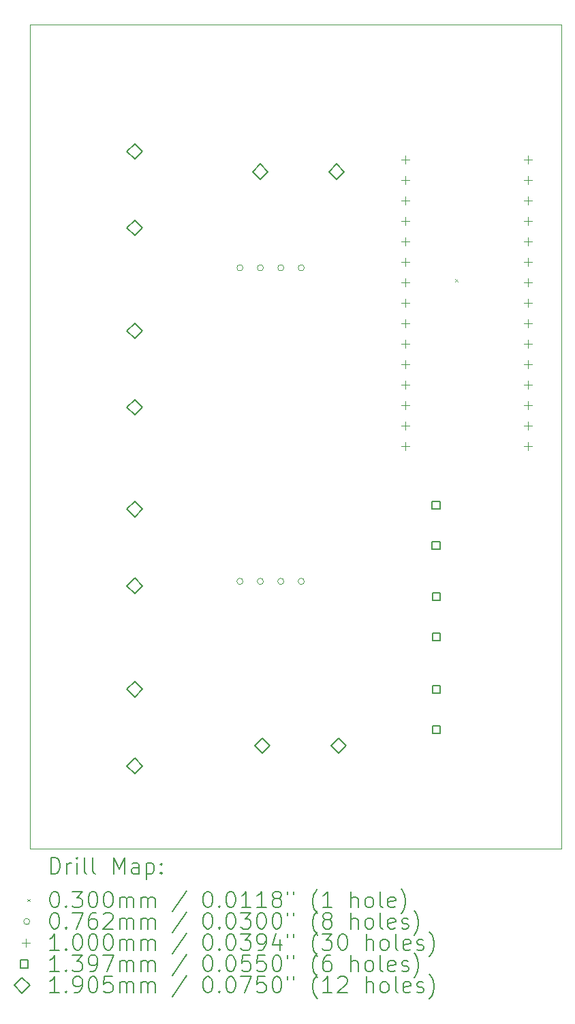
<source format=gbr>
%TF.GenerationSoftware,KiCad,Pcbnew,8.0.2-1*%
%TF.CreationDate,2024-11-16T17:54:16-05:00*%
%TF.ProjectId,JB_PCB,4a425f50-4342-42e6-9b69-6361645f7063,rev?*%
%TF.SameCoordinates,Original*%
%TF.FileFunction,Drillmap*%
%TF.FilePolarity,Positive*%
%FSLAX45Y45*%
G04 Gerber Fmt 4.5, Leading zero omitted, Abs format (unit mm)*
G04 Created by KiCad (PCBNEW 8.0.2-1) date 2024-11-16 17:54:16*
%MOMM*%
%LPD*%
G01*
G04 APERTURE LIST*
%ADD10C,0.050000*%
%ADD11C,0.200000*%
%ADD12C,0.100000*%
%ADD13C,0.139700*%
%ADD14C,0.190500*%
G04 APERTURE END LIST*
D10*
X10250000Y-4350000D02*
X16850000Y-4350000D01*
X16850000Y-14575000D01*
X10250000Y-14575000D01*
X10250000Y-4350000D01*
D11*
D12*
X15535000Y-7510000D02*
X15565000Y-7540000D01*
X15565000Y-7510000D02*
X15535000Y-7540000D01*
X12897100Y-7369000D02*
G75*
G02*
X12820900Y-7369000I-38100J0D01*
G01*
X12820900Y-7369000D02*
G75*
G02*
X12897100Y-7369000I38100J0D01*
G01*
X12897100Y-11261000D02*
G75*
G02*
X12820900Y-11261000I-38100J0D01*
G01*
X12820900Y-11261000D02*
G75*
G02*
X12897100Y-11261000I38100J0D01*
G01*
X13151100Y-7369000D02*
G75*
G02*
X13074900Y-7369000I-38100J0D01*
G01*
X13074900Y-7369000D02*
G75*
G02*
X13151100Y-7369000I38100J0D01*
G01*
X13151100Y-11261000D02*
G75*
G02*
X13074900Y-11261000I-38100J0D01*
G01*
X13074900Y-11261000D02*
G75*
G02*
X13151100Y-11261000I38100J0D01*
G01*
X13405100Y-7369000D02*
G75*
G02*
X13328900Y-7369000I-38100J0D01*
G01*
X13328900Y-7369000D02*
G75*
G02*
X13405100Y-7369000I38100J0D01*
G01*
X13405100Y-11261000D02*
G75*
G02*
X13328900Y-11261000I-38100J0D01*
G01*
X13328900Y-11261000D02*
G75*
G02*
X13405100Y-11261000I38100J0D01*
G01*
X13659100Y-7369000D02*
G75*
G02*
X13582900Y-7369000I-38100J0D01*
G01*
X13582900Y-7369000D02*
G75*
G02*
X13659100Y-7369000I38100J0D01*
G01*
X13659100Y-11261000D02*
G75*
G02*
X13582900Y-11261000I-38100J0D01*
G01*
X13582900Y-11261000D02*
G75*
G02*
X13659100Y-11261000I38100J0D01*
G01*
X14912000Y-5974000D02*
X14912000Y-6074000D01*
X14862000Y-6024000D02*
X14962000Y-6024000D01*
X14912000Y-6228000D02*
X14912000Y-6328000D01*
X14862000Y-6278000D02*
X14962000Y-6278000D01*
X14912000Y-6482000D02*
X14912000Y-6582000D01*
X14862000Y-6532000D02*
X14962000Y-6532000D01*
X14912000Y-6736000D02*
X14912000Y-6836000D01*
X14862000Y-6786000D02*
X14962000Y-6786000D01*
X14912000Y-6990000D02*
X14912000Y-7090000D01*
X14862000Y-7040000D02*
X14962000Y-7040000D01*
X14912000Y-7244000D02*
X14912000Y-7344000D01*
X14862000Y-7294000D02*
X14962000Y-7294000D01*
X14912000Y-7498000D02*
X14912000Y-7598000D01*
X14862000Y-7548000D02*
X14962000Y-7548000D01*
X14912000Y-7752000D02*
X14912000Y-7852000D01*
X14862000Y-7802000D02*
X14962000Y-7802000D01*
X14912000Y-8006000D02*
X14912000Y-8106000D01*
X14862000Y-8056000D02*
X14962000Y-8056000D01*
X14912000Y-8260000D02*
X14912000Y-8360000D01*
X14862000Y-8310000D02*
X14962000Y-8310000D01*
X14912000Y-8514000D02*
X14912000Y-8614000D01*
X14862000Y-8564000D02*
X14962000Y-8564000D01*
X14912000Y-8768000D02*
X14912000Y-8868000D01*
X14862000Y-8818000D02*
X14962000Y-8818000D01*
X14912000Y-9022000D02*
X14912000Y-9122000D01*
X14862000Y-9072000D02*
X14962000Y-9072000D01*
X14912000Y-9276000D02*
X14912000Y-9376000D01*
X14862000Y-9326000D02*
X14962000Y-9326000D01*
X14912000Y-9530000D02*
X14912000Y-9630000D01*
X14862000Y-9580000D02*
X14962000Y-9580000D01*
X16436000Y-5974000D02*
X16436000Y-6074000D01*
X16386000Y-6024000D02*
X16486000Y-6024000D01*
X16436000Y-6228000D02*
X16436000Y-6328000D01*
X16386000Y-6278000D02*
X16486000Y-6278000D01*
X16436000Y-6482000D02*
X16436000Y-6582000D01*
X16386000Y-6532000D02*
X16486000Y-6532000D01*
X16436000Y-6736000D02*
X16436000Y-6836000D01*
X16386000Y-6786000D02*
X16486000Y-6786000D01*
X16436000Y-6990000D02*
X16436000Y-7090000D01*
X16386000Y-7040000D02*
X16486000Y-7040000D01*
X16436000Y-7244000D02*
X16436000Y-7344000D01*
X16386000Y-7294000D02*
X16486000Y-7294000D01*
X16436000Y-7498000D02*
X16436000Y-7598000D01*
X16386000Y-7548000D02*
X16486000Y-7548000D01*
X16436000Y-7752000D02*
X16436000Y-7852000D01*
X16386000Y-7802000D02*
X16486000Y-7802000D01*
X16436000Y-8006000D02*
X16436000Y-8106000D01*
X16386000Y-8056000D02*
X16486000Y-8056000D01*
X16436000Y-8260000D02*
X16436000Y-8360000D01*
X16386000Y-8310000D02*
X16486000Y-8310000D01*
X16436000Y-8514000D02*
X16436000Y-8614000D01*
X16386000Y-8564000D02*
X16486000Y-8564000D01*
X16436000Y-8768000D02*
X16436000Y-8868000D01*
X16386000Y-8818000D02*
X16486000Y-8818000D01*
X16436000Y-9022000D02*
X16436000Y-9122000D01*
X16386000Y-9072000D02*
X16486000Y-9072000D01*
X16436000Y-9276000D02*
X16436000Y-9376000D01*
X16386000Y-9326000D02*
X16486000Y-9326000D01*
X16436000Y-9530000D02*
X16436000Y-9630000D01*
X16386000Y-9580000D02*
X16486000Y-9580000D01*
D13*
X15344012Y-10363902D02*
X15344012Y-10265118D01*
X15245228Y-10265118D01*
X15245228Y-10363902D01*
X15344012Y-10363902D01*
X15344012Y-10863902D02*
X15344012Y-10765118D01*
X15245228Y-10765118D01*
X15245228Y-10863902D01*
X15344012Y-10863902D01*
X15349392Y-11499392D02*
X15349392Y-11400608D01*
X15250608Y-11400608D01*
X15250608Y-11499392D01*
X15349392Y-11499392D01*
X15349392Y-11999392D02*
X15349392Y-11900608D01*
X15250608Y-11900608D01*
X15250608Y-11999392D01*
X15349392Y-11999392D01*
X15349392Y-12649392D02*
X15349392Y-12550608D01*
X15250608Y-12550608D01*
X15250608Y-12649392D01*
X15349392Y-12649392D01*
X15349392Y-13149392D02*
X15349392Y-13050608D01*
X15250608Y-13050608D01*
X15250608Y-13149392D01*
X15349392Y-13149392D01*
D14*
X11550000Y-6020251D02*
X11645250Y-5925001D01*
X11550000Y-5829751D01*
X11454750Y-5925001D01*
X11550000Y-6020251D01*
X11550000Y-6970250D02*
X11645250Y-6875000D01*
X11550000Y-6779750D01*
X11454750Y-6875000D01*
X11550000Y-6970250D01*
X11550000Y-8245250D02*
X11645250Y-8150000D01*
X11550000Y-8054750D01*
X11454750Y-8150000D01*
X11550000Y-8245250D01*
X11550000Y-9195250D02*
X11645250Y-9100000D01*
X11550000Y-9004750D01*
X11454750Y-9100000D01*
X11550000Y-9195250D01*
X11550000Y-10459761D02*
X11645250Y-10364511D01*
X11550000Y-10269261D01*
X11454750Y-10364511D01*
X11550000Y-10459761D01*
X11550000Y-11409760D02*
X11645250Y-11314510D01*
X11550000Y-11219260D01*
X11454750Y-11314510D01*
X11550000Y-11409760D01*
X11550000Y-12695250D02*
X11645250Y-12600000D01*
X11550000Y-12504750D01*
X11454750Y-12600000D01*
X11550000Y-12695250D01*
X11550000Y-13645250D02*
X11645250Y-13550000D01*
X11550000Y-13454750D01*
X11454750Y-13550000D01*
X11550000Y-13645250D01*
X13110490Y-6270250D02*
X13205740Y-6175000D01*
X13110490Y-6079750D01*
X13015240Y-6175000D01*
X13110490Y-6270250D01*
X13135490Y-13395250D02*
X13230740Y-13300000D01*
X13135490Y-13204750D01*
X13040240Y-13300000D01*
X13135490Y-13395250D01*
X14060490Y-6270250D02*
X14155740Y-6175000D01*
X14060490Y-6079750D01*
X13965240Y-6175000D01*
X14060490Y-6270250D01*
X14085490Y-13395250D02*
X14180740Y-13300000D01*
X14085490Y-13204750D01*
X13990240Y-13300000D01*
X14085490Y-13395250D01*
D11*
X10508277Y-14888984D02*
X10508277Y-14688984D01*
X10508277Y-14688984D02*
X10555896Y-14688984D01*
X10555896Y-14688984D02*
X10584467Y-14698508D01*
X10584467Y-14698508D02*
X10603515Y-14717555D01*
X10603515Y-14717555D02*
X10613039Y-14736603D01*
X10613039Y-14736603D02*
X10622563Y-14774698D01*
X10622563Y-14774698D02*
X10622563Y-14803269D01*
X10622563Y-14803269D02*
X10613039Y-14841365D01*
X10613039Y-14841365D02*
X10603515Y-14860412D01*
X10603515Y-14860412D02*
X10584467Y-14879460D01*
X10584467Y-14879460D02*
X10555896Y-14888984D01*
X10555896Y-14888984D02*
X10508277Y-14888984D01*
X10708277Y-14888984D02*
X10708277Y-14755650D01*
X10708277Y-14793746D02*
X10717801Y-14774698D01*
X10717801Y-14774698D02*
X10727324Y-14765174D01*
X10727324Y-14765174D02*
X10746372Y-14755650D01*
X10746372Y-14755650D02*
X10765420Y-14755650D01*
X10832086Y-14888984D02*
X10832086Y-14755650D01*
X10832086Y-14688984D02*
X10822563Y-14698508D01*
X10822563Y-14698508D02*
X10832086Y-14708031D01*
X10832086Y-14708031D02*
X10841610Y-14698508D01*
X10841610Y-14698508D02*
X10832086Y-14688984D01*
X10832086Y-14688984D02*
X10832086Y-14708031D01*
X10955896Y-14888984D02*
X10936848Y-14879460D01*
X10936848Y-14879460D02*
X10927324Y-14860412D01*
X10927324Y-14860412D02*
X10927324Y-14688984D01*
X11060658Y-14888984D02*
X11041610Y-14879460D01*
X11041610Y-14879460D02*
X11032086Y-14860412D01*
X11032086Y-14860412D02*
X11032086Y-14688984D01*
X11289229Y-14888984D02*
X11289229Y-14688984D01*
X11289229Y-14688984D02*
X11355896Y-14831841D01*
X11355896Y-14831841D02*
X11422562Y-14688984D01*
X11422562Y-14688984D02*
X11422562Y-14888984D01*
X11603515Y-14888984D02*
X11603515Y-14784222D01*
X11603515Y-14784222D02*
X11593991Y-14765174D01*
X11593991Y-14765174D02*
X11574943Y-14755650D01*
X11574943Y-14755650D02*
X11536848Y-14755650D01*
X11536848Y-14755650D02*
X11517801Y-14765174D01*
X11603515Y-14879460D02*
X11584467Y-14888984D01*
X11584467Y-14888984D02*
X11536848Y-14888984D01*
X11536848Y-14888984D02*
X11517801Y-14879460D01*
X11517801Y-14879460D02*
X11508277Y-14860412D01*
X11508277Y-14860412D02*
X11508277Y-14841365D01*
X11508277Y-14841365D02*
X11517801Y-14822317D01*
X11517801Y-14822317D02*
X11536848Y-14812793D01*
X11536848Y-14812793D02*
X11584467Y-14812793D01*
X11584467Y-14812793D02*
X11603515Y-14803269D01*
X11698753Y-14755650D02*
X11698753Y-14955650D01*
X11698753Y-14765174D02*
X11717801Y-14755650D01*
X11717801Y-14755650D02*
X11755896Y-14755650D01*
X11755896Y-14755650D02*
X11774943Y-14765174D01*
X11774943Y-14765174D02*
X11784467Y-14774698D01*
X11784467Y-14774698D02*
X11793991Y-14793746D01*
X11793991Y-14793746D02*
X11793991Y-14850888D01*
X11793991Y-14850888D02*
X11784467Y-14869936D01*
X11784467Y-14869936D02*
X11774943Y-14879460D01*
X11774943Y-14879460D02*
X11755896Y-14888984D01*
X11755896Y-14888984D02*
X11717801Y-14888984D01*
X11717801Y-14888984D02*
X11698753Y-14879460D01*
X11879705Y-14869936D02*
X11889229Y-14879460D01*
X11889229Y-14879460D02*
X11879705Y-14888984D01*
X11879705Y-14888984D02*
X11870182Y-14879460D01*
X11870182Y-14879460D02*
X11879705Y-14869936D01*
X11879705Y-14869936D02*
X11879705Y-14888984D01*
X11879705Y-14765174D02*
X11889229Y-14774698D01*
X11889229Y-14774698D02*
X11879705Y-14784222D01*
X11879705Y-14784222D02*
X11870182Y-14774698D01*
X11870182Y-14774698D02*
X11879705Y-14765174D01*
X11879705Y-14765174D02*
X11879705Y-14784222D01*
D12*
X10217500Y-15202500D02*
X10247500Y-15232500D01*
X10247500Y-15202500D02*
X10217500Y-15232500D01*
D11*
X10546372Y-15108984D02*
X10565420Y-15108984D01*
X10565420Y-15108984D02*
X10584467Y-15118508D01*
X10584467Y-15118508D02*
X10593991Y-15128031D01*
X10593991Y-15128031D02*
X10603515Y-15147079D01*
X10603515Y-15147079D02*
X10613039Y-15185174D01*
X10613039Y-15185174D02*
X10613039Y-15232793D01*
X10613039Y-15232793D02*
X10603515Y-15270888D01*
X10603515Y-15270888D02*
X10593991Y-15289936D01*
X10593991Y-15289936D02*
X10584467Y-15299460D01*
X10584467Y-15299460D02*
X10565420Y-15308984D01*
X10565420Y-15308984D02*
X10546372Y-15308984D01*
X10546372Y-15308984D02*
X10527324Y-15299460D01*
X10527324Y-15299460D02*
X10517801Y-15289936D01*
X10517801Y-15289936D02*
X10508277Y-15270888D01*
X10508277Y-15270888D02*
X10498753Y-15232793D01*
X10498753Y-15232793D02*
X10498753Y-15185174D01*
X10498753Y-15185174D02*
X10508277Y-15147079D01*
X10508277Y-15147079D02*
X10517801Y-15128031D01*
X10517801Y-15128031D02*
X10527324Y-15118508D01*
X10527324Y-15118508D02*
X10546372Y-15108984D01*
X10698753Y-15289936D02*
X10708277Y-15299460D01*
X10708277Y-15299460D02*
X10698753Y-15308984D01*
X10698753Y-15308984D02*
X10689229Y-15299460D01*
X10689229Y-15299460D02*
X10698753Y-15289936D01*
X10698753Y-15289936D02*
X10698753Y-15308984D01*
X10774944Y-15108984D02*
X10898753Y-15108984D01*
X10898753Y-15108984D02*
X10832086Y-15185174D01*
X10832086Y-15185174D02*
X10860658Y-15185174D01*
X10860658Y-15185174D02*
X10879705Y-15194698D01*
X10879705Y-15194698D02*
X10889229Y-15204222D01*
X10889229Y-15204222D02*
X10898753Y-15223269D01*
X10898753Y-15223269D02*
X10898753Y-15270888D01*
X10898753Y-15270888D02*
X10889229Y-15289936D01*
X10889229Y-15289936D02*
X10879705Y-15299460D01*
X10879705Y-15299460D02*
X10860658Y-15308984D01*
X10860658Y-15308984D02*
X10803515Y-15308984D01*
X10803515Y-15308984D02*
X10784467Y-15299460D01*
X10784467Y-15299460D02*
X10774944Y-15289936D01*
X11022563Y-15108984D02*
X11041610Y-15108984D01*
X11041610Y-15108984D02*
X11060658Y-15118508D01*
X11060658Y-15118508D02*
X11070182Y-15128031D01*
X11070182Y-15128031D02*
X11079705Y-15147079D01*
X11079705Y-15147079D02*
X11089229Y-15185174D01*
X11089229Y-15185174D02*
X11089229Y-15232793D01*
X11089229Y-15232793D02*
X11079705Y-15270888D01*
X11079705Y-15270888D02*
X11070182Y-15289936D01*
X11070182Y-15289936D02*
X11060658Y-15299460D01*
X11060658Y-15299460D02*
X11041610Y-15308984D01*
X11041610Y-15308984D02*
X11022563Y-15308984D01*
X11022563Y-15308984D02*
X11003515Y-15299460D01*
X11003515Y-15299460D02*
X10993991Y-15289936D01*
X10993991Y-15289936D02*
X10984467Y-15270888D01*
X10984467Y-15270888D02*
X10974944Y-15232793D01*
X10974944Y-15232793D02*
X10974944Y-15185174D01*
X10974944Y-15185174D02*
X10984467Y-15147079D01*
X10984467Y-15147079D02*
X10993991Y-15128031D01*
X10993991Y-15128031D02*
X11003515Y-15118508D01*
X11003515Y-15118508D02*
X11022563Y-15108984D01*
X11213039Y-15108984D02*
X11232086Y-15108984D01*
X11232086Y-15108984D02*
X11251134Y-15118508D01*
X11251134Y-15118508D02*
X11260658Y-15128031D01*
X11260658Y-15128031D02*
X11270182Y-15147079D01*
X11270182Y-15147079D02*
X11279705Y-15185174D01*
X11279705Y-15185174D02*
X11279705Y-15232793D01*
X11279705Y-15232793D02*
X11270182Y-15270888D01*
X11270182Y-15270888D02*
X11260658Y-15289936D01*
X11260658Y-15289936D02*
X11251134Y-15299460D01*
X11251134Y-15299460D02*
X11232086Y-15308984D01*
X11232086Y-15308984D02*
X11213039Y-15308984D01*
X11213039Y-15308984D02*
X11193991Y-15299460D01*
X11193991Y-15299460D02*
X11184467Y-15289936D01*
X11184467Y-15289936D02*
X11174944Y-15270888D01*
X11174944Y-15270888D02*
X11165420Y-15232793D01*
X11165420Y-15232793D02*
X11165420Y-15185174D01*
X11165420Y-15185174D02*
X11174944Y-15147079D01*
X11174944Y-15147079D02*
X11184467Y-15128031D01*
X11184467Y-15128031D02*
X11193991Y-15118508D01*
X11193991Y-15118508D02*
X11213039Y-15108984D01*
X11365420Y-15308984D02*
X11365420Y-15175650D01*
X11365420Y-15194698D02*
X11374943Y-15185174D01*
X11374943Y-15185174D02*
X11393991Y-15175650D01*
X11393991Y-15175650D02*
X11422563Y-15175650D01*
X11422563Y-15175650D02*
X11441610Y-15185174D01*
X11441610Y-15185174D02*
X11451134Y-15204222D01*
X11451134Y-15204222D02*
X11451134Y-15308984D01*
X11451134Y-15204222D02*
X11460658Y-15185174D01*
X11460658Y-15185174D02*
X11479705Y-15175650D01*
X11479705Y-15175650D02*
X11508277Y-15175650D01*
X11508277Y-15175650D02*
X11527324Y-15185174D01*
X11527324Y-15185174D02*
X11536848Y-15204222D01*
X11536848Y-15204222D02*
X11536848Y-15308984D01*
X11632086Y-15308984D02*
X11632086Y-15175650D01*
X11632086Y-15194698D02*
X11641610Y-15185174D01*
X11641610Y-15185174D02*
X11660658Y-15175650D01*
X11660658Y-15175650D02*
X11689229Y-15175650D01*
X11689229Y-15175650D02*
X11708277Y-15185174D01*
X11708277Y-15185174D02*
X11717801Y-15204222D01*
X11717801Y-15204222D02*
X11717801Y-15308984D01*
X11717801Y-15204222D02*
X11727324Y-15185174D01*
X11727324Y-15185174D02*
X11746372Y-15175650D01*
X11746372Y-15175650D02*
X11774943Y-15175650D01*
X11774943Y-15175650D02*
X11793991Y-15185174D01*
X11793991Y-15185174D02*
X11803515Y-15204222D01*
X11803515Y-15204222D02*
X11803515Y-15308984D01*
X12193991Y-15099460D02*
X12022563Y-15356603D01*
X12451134Y-15108984D02*
X12470182Y-15108984D01*
X12470182Y-15108984D02*
X12489229Y-15118508D01*
X12489229Y-15118508D02*
X12498753Y-15128031D01*
X12498753Y-15128031D02*
X12508277Y-15147079D01*
X12508277Y-15147079D02*
X12517801Y-15185174D01*
X12517801Y-15185174D02*
X12517801Y-15232793D01*
X12517801Y-15232793D02*
X12508277Y-15270888D01*
X12508277Y-15270888D02*
X12498753Y-15289936D01*
X12498753Y-15289936D02*
X12489229Y-15299460D01*
X12489229Y-15299460D02*
X12470182Y-15308984D01*
X12470182Y-15308984D02*
X12451134Y-15308984D01*
X12451134Y-15308984D02*
X12432086Y-15299460D01*
X12432086Y-15299460D02*
X12422563Y-15289936D01*
X12422563Y-15289936D02*
X12413039Y-15270888D01*
X12413039Y-15270888D02*
X12403515Y-15232793D01*
X12403515Y-15232793D02*
X12403515Y-15185174D01*
X12403515Y-15185174D02*
X12413039Y-15147079D01*
X12413039Y-15147079D02*
X12422563Y-15128031D01*
X12422563Y-15128031D02*
X12432086Y-15118508D01*
X12432086Y-15118508D02*
X12451134Y-15108984D01*
X12603515Y-15289936D02*
X12613039Y-15299460D01*
X12613039Y-15299460D02*
X12603515Y-15308984D01*
X12603515Y-15308984D02*
X12593991Y-15299460D01*
X12593991Y-15299460D02*
X12603515Y-15289936D01*
X12603515Y-15289936D02*
X12603515Y-15308984D01*
X12736848Y-15108984D02*
X12755896Y-15108984D01*
X12755896Y-15108984D02*
X12774944Y-15118508D01*
X12774944Y-15118508D02*
X12784467Y-15128031D01*
X12784467Y-15128031D02*
X12793991Y-15147079D01*
X12793991Y-15147079D02*
X12803515Y-15185174D01*
X12803515Y-15185174D02*
X12803515Y-15232793D01*
X12803515Y-15232793D02*
X12793991Y-15270888D01*
X12793991Y-15270888D02*
X12784467Y-15289936D01*
X12784467Y-15289936D02*
X12774944Y-15299460D01*
X12774944Y-15299460D02*
X12755896Y-15308984D01*
X12755896Y-15308984D02*
X12736848Y-15308984D01*
X12736848Y-15308984D02*
X12717801Y-15299460D01*
X12717801Y-15299460D02*
X12708277Y-15289936D01*
X12708277Y-15289936D02*
X12698753Y-15270888D01*
X12698753Y-15270888D02*
X12689229Y-15232793D01*
X12689229Y-15232793D02*
X12689229Y-15185174D01*
X12689229Y-15185174D02*
X12698753Y-15147079D01*
X12698753Y-15147079D02*
X12708277Y-15128031D01*
X12708277Y-15128031D02*
X12717801Y-15118508D01*
X12717801Y-15118508D02*
X12736848Y-15108984D01*
X12993991Y-15308984D02*
X12879706Y-15308984D01*
X12936848Y-15308984D02*
X12936848Y-15108984D01*
X12936848Y-15108984D02*
X12917801Y-15137555D01*
X12917801Y-15137555D02*
X12898753Y-15156603D01*
X12898753Y-15156603D02*
X12879706Y-15166127D01*
X13184467Y-15308984D02*
X13070182Y-15308984D01*
X13127325Y-15308984D02*
X13127325Y-15108984D01*
X13127325Y-15108984D02*
X13108277Y-15137555D01*
X13108277Y-15137555D02*
X13089229Y-15156603D01*
X13089229Y-15156603D02*
X13070182Y-15166127D01*
X13298753Y-15194698D02*
X13279706Y-15185174D01*
X13279706Y-15185174D02*
X13270182Y-15175650D01*
X13270182Y-15175650D02*
X13260658Y-15156603D01*
X13260658Y-15156603D02*
X13260658Y-15147079D01*
X13260658Y-15147079D02*
X13270182Y-15128031D01*
X13270182Y-15128031D02*
X13279706Y-15118508D01*
X13279706Y-15118508D02*
X13298753Y-15108984D01*
X13298753Y-15108984D02*
X13336848Y-15108984D01*
X13336848Y-15108984D02*
X13355896Y-15118508D01*
X13355896Y-15118508D02*
X13365420Y-15128031D01*
X13365420Y-15128031D02*
X13374944Y-15147079D01*
X13374944Y-15147079D02*
X13374944Y-15156603D01*
X13374944Y-15156603D02*
X13365420Y-15175650D01*
X13365420Y-15175650D02*
X13355896Y-15185174D01*
X13355896Y-15185174D02*
X13336848Y-15194698D01*
X13336848Y-15194698D02*
X13298753Y-15194698D01*
X13298753Y-15194698D02*
X13279706Y-15204222D01*
X13279706Y-15204222D02*
X13270182Y-15213746D01*
X13270182Y-15213746D02*
X13260658Y-15232793D01*
X13260658Y-15232793D02*
X13260658Y-15270888D01*
X13260658Y-15270888D02*
X13270182Y-15289936D01*
X13270182Y-15289936D02*
X13279706Y-15299460D01*
X13279706Y-15299460D02*
X13298753Y-15308984D01*
X13298753Y-15308984D02*
X13336848Y-15308984D01*
X13336848Y-15308984D02*
X13355896Y-15299460D01*
X13355896Y-15299460D02*
X13365420Y-15289936D01*
X13365420Y-15289936D02*
X13374944Y-15270888D01*
X13374944Y-15270888D02*
X13374944Y-15232793D01*
X13374944Y-15232793D02*
X13365420Y-15213746D01*
X13365420Y-15213746D02*
X13355896Y-15204222D01*
X13355896Y-15204222D02*
X13336848Y-15194698D01*
X13451134Y-15108984D02*
X13451134Y-15147079D01*
X13527325Y-15108984D02*
X13527325Y-15147079D01*
X13822563Y-15385174D02*
X13813039Y-15375650D01*
X13813039Y-15375650D02*
X13793991Y-15347079D01*
X13793991Y-15347079D02*
X13784468Y-15328031D01*
X13784468Y-15328031D02*
X13774944Y-15299460D01*
X13774944Y-15299460D02*
X13765420Y-15251841D01*
X13765420Y-15251841D02*
X13765420Y-15213746D01*
X13765420Y-15213746D02*
X13774944Y-15166127D01*
X13774944Y-15166127D02*
X13784468Y-15137555D01*
X13784468Y-15137555D02*
X13793991Y-15118508D01*
X13793991Y-15118508D02*
X13813039Y-15089936D01*
X13813039Y-15089936D02*
X13822563Y-15080412D01*
X14003515Y-15308984D02*
X13889229Y-15308984D01*
X13946372Y-15308984D02*
X13946372Y-15108984D01*
X13946372Y-15108984D02*
X13927325Y-15137555D01*
X13927325Y-15137555D02*
X13908277Y-15156603D01*
X13908277Y-15156603D02*
X13889229Y-15166127D01*
X14241610Y-15308984D02*
X14241610Y-15108984D01*
X14327325Y-15308984D02*
X14327325Y-15204222D01*
X14327325Y-15204222D02*
X14317801Y-15185174D01*
X14317801Y-15185174D02*
X14298753Y-15175650D01*
X14298753Y-15175650D02*
X14270182Y-15175650D01*
X14270182Y-15175650D02*
X14251134Y-15185174D01*
X14251134Y-15185174D02*
X14241610Y-15194698D01*
X14451134Y-15308984D02*
X14432087Y-15299460D01*
X14432087Y-15299460D02*
X14422563Y-15289936D01*
X14422563Y-15289936D02*
X14413039Y-15270888D01*
X14413039Y-15270888D02*
X14413039Y-15213746D01*
X14413039Y-15213746D02*
X14422563Y-15194698D01*
X14422563Y-15194698D02*
X14432087Y-15185174D01*
X14432087Y-15185174D02*
X14451134Y-15175650D01*
X14451134Y-15175650D02*
X14479706Y-15175650D01*
X14479706Y-15175650D02*
X14498753Y-15185174D01*
X14498753Y-15185174D02*
X14508277Y-15194698D01*
X14508277Y-15194698D02*
X14517801Y-15213746D01*
X14517801Y-15213746D02*
X14517801Y-15270888D01*
X14517801Y-15270888D02*
X14508277Y-15289936D01*
X14508277Y-15289936D02*
X14498753Y-15299460D01*
X14498753Y-15299460D02*
X14479706Y-15308984D01*
X14479706Y-15308984D02*
X14451134Y-15308984D01*
X14632087Y-15308984D02*
X14613039Y-15299460D01*
X14613039Y-15299460D02*
X14603515Y-15280412D01*
X14603515Y-15280412D02*
X14603515Y-15108984D01*
X14784468Y-15299460D02*
X14765420Y-15308984D01*
X14765420Y-15308984D02*
X14727325Y-15308984D01*
X14727325Y-15308984D02*
X14708277Y-15299460D01*
X14708277Y-15299460D02*
X14698753Y-15280412D01*
X14698753Y-15280412D02*
X14698753Y-15204222D01*
X14698753Y-15204222D02*
X14708277Y-15185174D01*
X14708277Y-15185174D02*
X14727325Y-15175650D01*
X14727325Y-15175650D02*
X14765420Y-15175650D01*
X14765420Y-15175650D02*
X14784468Y-15185174D01*
X14784468Y-15185174D02*
X14793991Y-15204222D01*
X14793991Y-15204222D02*
X14793991Y-15223269D01*
X14793991Y-15223269D02*
X14698753Y-15242317D01*
X14860658Y-15385174D02*
X14870182Y-15375650D01*
X14870182Y-15375650D02*
X14889230Y-15347079D01*
X14889230Y-15347079D02*
X14898753Y-15328031D01*
X14898753Y-15328031D02*
X14908277Y-15299460D01*
X14908277Y-15299460D02*
X14917801Y-15251841D01*
X14917801Y-15251841D02*
X14917801Y-15213746D01*
X14917801Y-15213746D02*
X14908277Y-15166127D01*
X14908277Y-15166127D02*
X14898753Y-15137555D01*
X14898753Y-15137555D02*
X14889230Y-15118508D01*
X14889230Y-15118508D02*
X14870182Y-15089936D01*
X14870182Y-15089936D02*
X14860658Y-15080412D01*
D12*
X10247500Y-15481500D02*
G75*
G02*
X10171300Y-15481500I-38100J0D01*
G01*
X10171300Y-15481500D02*
G75*
G02*
X10247500Y-15481500I38100J0D01*
G01*
D11*
X10546372Y-15372984D02*
X10565420Y-15372984D01*
X10565420Y-15372984D02*
X10584467Y-15382508D01*
X10584467Y-15382508D02*
X10593991Y-15392031D01*
X10593991Y-15392031D02*
X10603515Y-15411079D01*
X10603515Y-15411079D02*
X10613039Y-15449174D01*
X10613039Y-15449174D02*
X10613039Y-15496793D01*
X10613039Y-15496793D02*
X10603515Y-15534888D01*
X10603515Y-15534888D02*
X10593991Y-15553936D01*
X10593991Y-15553936D02*
X10584467Y-15563460D01*
X10584467Y-15563460D02*
X10565420Y-15572984D01*
X10565420Y-15572984D02*
X10546372Y-15572984D01*
X10546372Y-15572984D02*
X10527324Y-15563460D01*
X10527324Y-15563460D02*
X10517801Y-15553936D01*
X10517801Y-15553936D02*
X10508277Y-15534888D01*
X10508277Y-15534888D02*
X10498753Y-15496793D01*
X10498753Y-15496793D02*
X10498753Y-15449174D01*
X10498753Y-15449174D02*
X10508277Y-15411079D01*
X10508277Y-15411079D02*
X10517801Y-15392031D01*
X10517801Y-15392031D02*
X10527324Y-15382508D01*
X10527324Y-15382508D02*
X10546372Y-15372984D01*
X10698753Y-15553936D02*
X10708277Y-15563460D01*
X10708277Y-15563460D02*
X10698753Y-15572984D01*
X10698753Y-15572984D02*
X10689229Y-15563460D01*
X10689229Y-15563460D02*
X10698753Y-15553936D01*
X10698753Y-15553936D02*
X10698753Y-15572984D01*
X10774944Y-15372984D02*
X10908277Y-15372984D01*
X10908277Y-15372984D02*
X10822563Y-15572984D01*
X11070182Y-15372984D02*
X11032086Y-15372984D01*
X11032086Y-15372984D02*
X11013039Y-15382508D01*
X11013039Y-15382508D02*
X11003515Y-15392031D01*
X11003515Y-15392031D02*
X10984467Y-15420603D01*
X10984467Y-15420603D02*
X10974944Y-15458698D01*
X10974944Y-15458698D02*
X10974944Y-15534888D01*
X10974944Y-15534888D02*
X10984467Y-15553936D01*
X10984467Y-15553936D02*
X10993991Y-15563460D01*
X10993991Y-15563460D02*
X11013039Y-15572984D01*
X11013039Y-15572984D02*
X11051134Y-15572984D01*
X11051134Y-15572984D02*
X11070182Y-15563460D01*
X11070182Y-15563460D02*
X11079705Y-15553936D01*
X11079705Y-15553936D02*
X11089229Y-15534888D01*
X11089229Y-15534888D02*
X11089229Y-15487269D01*
X11089229Y-15487269D02*
X11079705Y-15468222D01*
X11079705Y-15468222D02*
X11070182Y-15458698D01*
X11070182Y-15458698D02*
X11051134Y-15449174D01*
X11051134Y-15449174D02*
X11013039Y-15449174D01*
X11013039Y-15449174D02*
X10993991Y-15458698D01*
X10993991Y-15458698D02*
X10984467Y-15468222D01*
X10984467Y-15468222D02*
X10974944Y-15487269D01*
X11165420Y-15392031D02*
X11174944Y-15382508D01*
X11174944Y-15382508D02*
X11193991Y-15372984D01*
X11193991Y-15372984D02*
X11241610Y-15372984D01*
X11241610Y-15372984D02*
X11260658Y-15382508D01*
X11260658Y-15382508D02*
X11270182Y-15392031D01*
X11270182Y-15392031D02*
X11279705Y-15411079D01*
X11279705Y-15411079D02*
X11279705Y-15430127D01*
X11279705Y-15430127D02*
X11270182Y-15458698D01*
X11270182Y-15458698D02*
X11155896Y-15572984D01*
X11155896Y-15572984D02*
X11279705Y-15572984D01*
X11365420Y-15572984D02*
X11365420Y-15439650D01*
X11365420Y-15458698D02*
X11374943Y-15449174D01*
X11374943Y-15449174D02*
X11393991Y-15439650D01*
X11393991Y-15439650D02*
X11422563Y-15439650D01*
X11422563Y-15439650D02*
X11441610Y-15449174D01*
X11441610Y-15449174D02*
X11451134Y-15468222D01*
X11451134Y-15468222D02*
X11451134Y-15572984D01*
X11451134Y-15468222D02*
X11460658Y-15449174D01*
X11460658Y-15449174D02*
X11479705Y-15439650D01*
X11479705Y-15439650D02*
X11508277Y-15439650D01*
X11508277Y-15439650D02*
X11527324Y-15449174D01*
X11527324Y-15449174D02*
X11536848Y-15468222D01*
X11536848Y-15468222D02*
X11536848Y-15572984D01*
X11632086Y-15572984D02*
X11632086Y-15439650D01*
X11632086Y-15458698D02*
X11641610Y-15449174D01*
X11641610Y-15449174D02*
X11660658Y-15439650D01*
X11660658Y-15439650D02*
X11689229Y-15439650D01*
X11689229Y-15439650D02*
X11708277Y-15449174D01*
X11708277Y-15449174D02*
X11717801Y-15468222D01*
X11717801Y-15468222D02*
X11717801Y-15572984D01*
X11717801Y-15468222D02*
X11727324Y-15449174D01*
X11727324Y-15449174D02*
X11746372Y-15439650D01*
X11746372Y-15439650D02*
X11774943Y-15439650D01*
X11774943Y-15439650D02*
X11793991Y-15449174D01*
X11793991Y-15449174D02*
X11803515Y-15468222D01*
X11803515Y-15468222D02*
X11803515Y-15572984D01*
X12193991Y-15363460D02*
X12022563Y-15620603D01*
X12451134Y-15372984D02*
X12470182Y-15372984D01*
X12470182Y-15372984D02*
X12489229Y-15382508D01*
X12489229Y-15382508D02*
X12498753Y-15392031D01*
X12498753Y-15392031D02*
X12508277Y-15411079D01*
X12508277Y-15411079D02*
X12517801Y-15449174D01*
X12517801Y-15449174D02*
X12517801Y-15496793D01*
X12517801Y-15496793D02*
X12508277Y-15534888D01*
X12508277Y-15534888D02*
X12498753Y-15553936D01*
X12498753Y-15553936D02*
X12489229Y-15563460D01*
X12489229Y-15563460D02*
X12470182Y-15572984D01*
X12470182Y-15572984D02*
X12451134Y-15572984D01*
X12451134Y-15572984D02*
X12432086Y-15563460D01*
X12432086Y-15563460D02*
X12422563Y-15553936D01*
X12422563Y-15553936D02*
X12413039Y-15534888D01*
X12413039Y-15534888D02*
X12403515Y-15496793D01*
X12403515Y-15496793D02*
X12403515Y-15449174D01*
X12403515Y-15449174D02*
X12413039Y-15411079D01*
X12413039Y-15411079D02*
X12422563Y-15392031D01*
X12422563Y-15392031D02*
X12432086Y-15382508D01*
X12432086Y-15382508D02*
X12451134Y-15372984D01*
X12603515Y-15553936D02*
X12613039Y-15563460D01*
X12613039Y-15563460D02*
X12603515Y-15572984D01*
X12603515Y-15572984D02*
X12593991Y-15563460D01*
X12593991Y-15563460D02*
X12603515Y-15553936D01*
X12603515Y-15553936D02*
X12603515Y-15572984D01*
X12736848Y-15372984D02*
X12755896Y-15372984D01*
X12755896Y-15372984D02*
X12774944Y-15382508D01*
X12774944Y-15382508D02*
X12784467Y-15392031D01*
X12784467Y-15392031D02*
X12793991Y-15411079D01*
X12793991Y-15411079D02*
X12803515Y-15449174D01*
X12803515Y-15449174D02*
X12803515Y-15496793D01*
X12803515Y-15496793D02*
X12793991Y-15534888D01*
X12793991Y-15534888D02*
X12784467Y-15553936D01*
X12784467Y-15553936D02*
X12774944Y-15563460D01*
X12774944Y-15563460D02*
X12755896Y-15572984D01*
X12755896Y-15572984D02*
X12736848Y-15572984D01*
X12736848Y-15572984D02*
X12717801Y-15563460D01*
X12717801Y-15563460D02*
X12708277Y-15553936D01*
X12708277Y-15553936D02*
X12698753Y-15534888D01*
X12698753Y-15534888D02*
X12689229Y-15496793D01*
X12689229Y-15496793D02*
X12689229Y-15449174D01*
X12689229Y-15449174D02*
X12698753Y-15411079D01*
X12698753Y-15411079D02*
X12708277Y-15392031D01*
X12708277Y-15392031D02*
X12717801Y-15382508D01*
X12717801Y-15382508D02*
X12736848Y-15372984D01*
X12870182Y-15372984D02*
X12993991Y-15372984D01*
X12993991Y-15372984D02*
X12927325Y-15449174D01*
X12927325Y-15449174D02*
X12955896Y-15449174D01*
X12955896Y-15449174D02*
X12974944Y-15458698D01*
X12974944Y-15458698D02*
X12984467Y-15468222D01*
X12984467Y-15468222D02*
X12993991Y-15487269D01*
X12993991Y-15487269D02*
X12993991Y-15534888D01*
X12993991Y-15534888D02*
X12984467Y-15553936D01*
X12984467Y-15553936D02*
X12974944Y-15563460D01*
X12974944Y-15563460D02*
X12955896Y-15572984D01*
X12955896Y-15572984D02*
X12898753Y-15572984D01*
X12898753Y-15572984D02*
X12879706Y-15563460D01*
X12879706Y-15563460D02*
X12870182Y-15553936D01*
X13117801Y-15372984D02*
X13136848Y-15372984D01*
X13136848Y-15372984D02*
X13155896Y-15382508D01*
X13155896Y-15382508D02*
X13165420Y-15392031D01*
X13165420Y-15392031D02*
X13174944Y-15411079D01*
X13174944Y-15411079D02*
X13184467Y-15449174D01*
X13184467Y-15449174D02*
X13184467Y-15496793D01*
X13184467Y-15496793D02*
X13174944Y-15534888D01*
X13174944Y-15534888D02*
X13165420Y-15553936D01*
X13165420Y-15553936D02*
X13155896Y-15563460D01*
X13155896Y-15563460D02*
X13136848Y-15572984D01*
X13136848Y-15572984D02*
X13117801Y-15572984D01*
X13117801Y-15572984D02*
X13098753Y-15563460D01*
X13098753Y-15563460D02*
X13089229Y-15553936D01*
X13089229Y-15553936D02*
X13079706Y-15534888D01*
X13079706Y-15534888D02*
X13070182Y-15496793D01*
X13070182Y-15496793D02*
X13070182Y-15449174D01*
X13070182Y-15449174D02*
X13079706Y-15411079D01*
X13079706Y-15411079D02*
X13089229Y-15392031D01*
X13089229Y-15392031D02*
X13098753Y-15382508D01*
X13098753Y-15382508D02*
X13117801Y-15372984D01*
X13308277Y-15372984D02*
X13327325Y-15372984D01*
X13327325Y-15372984D02*
X13346372Y-15382508D01*
X13346372Y-15382508D02*
X13355896Y-15392031D01*
X13355896Y-15392031D02*
X13365420Y-15411079D01*
X13365420Y-15411079D02*
X13374944Y-15449174D01*
X13374944Y-15449174D02*
X13374944Y-15496793D01*
X13374944Y-15496793D02*
X13365420Y-15534888D01*
X13365420Y-15534888D02*
X13355896Y-15553936D01*
X13355896Y-15553936D02*
X13346372Y-15563460D01*
X13346372Y-15563460D02*
X13327325Y-15572984D01*
X13327325Y-15572984D02*
X13308277Y-15572984D01*
X13308277Y-15572984D02*
X13289229Y-15563460D01*
X13289229Y-15563460D02*
X13279706Y-15553936D01*
X13279706Y-15553936D02*
X13270182Y-15534888D01*
X13270182Y-15534888D02*
X13260658Y-15496793D01*
X13260658Y-15496793D02*
X13260658Y-15449174D01*
X13260658Y-15449174D02*
X13270182Y-15411079D01*
X13270182Y-15411079D02*
X13279706Y-15392031D01*
X13279706Y-15392031D02*
X13289229Y-15382508D01*
X13289229Y-15382508D02*
X13308277Y-15372984D01*
X13451134Y-15372984D02*
X13451134Y-15411079D01*
X13527325Y-15372984D02*
X13527325Y-15411079D01*
X13822563Y-15649174D02*
X13813039Y-15639650D01*
X13813039Y-15639650D02*
X13793991Y-15611079D01*
X13793991Y-15611079D02*
X13784468Y-15592031D01*
X13784468Y-15592031D02*
X13774944Y-15563460D01*
X13774944Y-15563460D02*
X13765420Y-15515841D01*
X13765420Y-15515841D02*
X13765420Y-15477746D01*
X13765420Y-15477746D02*
X13774944Y-15430127D01*
X13774944Y-15430127D02*
X13784468Y-15401555D01*
X13784468Y-15401555D02*
X13793991Y-15382508D01*
X13793991Y-15382508D02*
X13813039Y-15353936D01*
X13813039Y-15353936D02*
X13822563Y-15344412D01*
X13927325Y-15458698D02*
X13908277Y-15449174D01*
X13908277Y-15449174D02*
X13898753Y-15439650D01*
X13898753Y-15439650D02*
X13889229Y-15420603D01*
X13889229Y-15420603D02*
X13889229Y-15411079D01*
X13889229Y-15411079D02*
X13898753Y-15392031D01*
X13898753Y-15392031D02*
X13908277Y-15382508D01*
X13908277Y-15382508D02*
X13927325Y-15372984D01*
X13927325Y-15372984D02*
X13965420Y-15372984D01*
X13965420Y-15372984D02*
X13984468Y-15382508D01*
X13984468Y-15382508D02*
X13993991Y-15392031D01*
X13993991Y-15392031D02*
X14003515Y-15411079D01*
X14003515Y-15411079D02*
X14003515Y-15420603D01*
X14003515Y-15420603D02*
X13993991Y-15439650D01*
X13993991Y-15439650D02*
X13984468Y-15449174D01*
X13984468Y-15449174D02*
X13965420Y-15458698D01*
X13965420Y-15458698D02*
X13927325Y-15458698D01*
X13927325Y-15458698D02*
X13908277Y-15468222D01*
X13908277Y-15468222D02*
X13898753Y-15477746D01*
X13898753Y-15477746D02*
X13889229Y-15496793D01*
X13889229Y-15496793D02*
X13889229Y-15534888D01*
X13889229Y-15534888D02*
X13898753Y-15553936D01*
X13898753Y-15553936D02*
X13908277Y-15563460D01*
X13908277Y-15563460D02*
X13927325Y-15572984D01*
X13927325Y-15572984D02*
X13965420Y-15572984D01*
X13965420Y-15572984D02*
X13984468Y-15563460D01*
X13984468Y-15563460D02*
X13993991Y-15553936D01*
X13993991Y-15553936D02*
X14003515Y-15534888D01*
X14003515Y-15534888D02*
X14003515Y-15496793D01*
X14003515Y-15496793D02*
X13993991Y-15477746D01*
X13993991Y-15477746D02*
X13984468Y-15468222D01*
X13984468Y-15468222D02*
X13965420Y-15458698D01*
X14241610Y-15572984D02*
X14241610Y-15372984D01*
X14327325Y-15572984D02*
X14327325Y-15468222D01*
X14327325Y-15468222D02*
X14317801Y-15449174D01*
X14317801Y-15449174D02*
X14298753Y-15439650D01*
X14298753Y-15439650D02*
X14270182Y-15439650D01*
X14270182Y-15439650D02*
X14251134Y-15449174D01*
X14251134Y-15449174D02*
X14241610Y-15458698D01*
X14451134Y-15572984D02*
X14432087Y-15563460D01*
X14432087Y-15563460D02*
X14422563Y-15553936D01*
X14422563Y-15553936D02*
X14413039Y-15534888D01*
X14413039Y-15534888D02*
X14413039Y-15477746D01*
X14413039Y-15477746D02*
X14422563Y-15458698D01*
X14422563Y-15458698D02*
X14432087Y-15449174D01*
X14432087Y-15449174D02*
X14451134Y-15439650D01*
X14451134Y-15439650D02*
X14479706Y-15439650D01*
X14479706Y-15439650D02*
X14498753Y-15449174D01*
X14498753Y-15449174D02*
X14508277Y-15458698D01*
X14508277Y-15458698D02*
X14517801Y-15477746D01*
X14517801Y-15477746D02*
X14517801Y-15534888D01*
X14517801Y-15534888D02*
X14508277Y-15553936D01*
X14508277Y-15553936D02*
X14498753Y-15563460D01*
X14498753Y-15563460D02*
X14479706Y-15572984D01*
X14479706Y-15572984D02*
X14451134Y-15572984D01*
X14632087Y-15572984D02*
X14613039Y-15563460D01*
X14613039Y-15563460D02*
X14603515Y-15544412D01*
X14603515Y-15544412D02*
X14603515Y-15372984D01*
X14784468Y-15563460D02*
X14765420Y-15572984D01*
X14765420Y-15572984D02*
X14727325Y-15572984D01*
X14727325Y-15572984D02*
X14708277Y-15563460D01*
X14708277Y-15563460D02*
X14698753Y-15544412D01*
X14698753Y-15544412D02*
X14698753Y-15468222D01*
X14698753Y-15468222D02*
X14708277Y-15449174D01*
X14708277Y-15449174D02*
X14727325Y-15439650D01*
X14727325Y-15439650D02*
X14765420Y-15439650D01*
X14765420Y-15439650D02*
X14784468Y-15449174D01*
X14784468Y-15449174D02*
X14793991Y-15468222D01*
X14793991Y-15468222D02*
X14793991Y-15487269D01*
X14793991Y-15487269D02*
X14698753Y-15506317D01*
X14870182Y-15563460D02*
X14889230Y-15572984D01*
X14889230Y-15572984D02*
X14927325Y-15572984D01*
X14927325Y-15572984D02*
X14946372Y-15563460D01*
X14946372Y-15563460D02*
X14955896Y-15544412D01*
X14955896Y-15544412D02*
X14955896Y-15534888D01*
X14955896Y-15534888D02*
X14946372Y-15515841D01*
X14946372Y-15515841D02*
X14927325Y-15506317D01*
X14927325Y-15506317D02*
X14898753Y-15506317D01*
X14898753Y-15506317D02*
X14879706Y-15496793D01*
X14879706Y-15496793D02*
X14870182Y-15477746D01*
X14870182Y-15477746D02*
X14870182Y-15468222D01*
X14870182Y-15468222D02*
X14879706Y-15449174D01*
X14879706Y-15449174D02*
X14898753Y-15439650D01*
X14898753Y-15439650D02*
X14927325Y-15439650D01*
X14927325Y-15439650D02*
X14946372Y-15449174D01*
X15022563Y-15649174D02*
X15032087Y-15639650D01*
X15032087Y-15639650D02*
X15051134Y-15611079D01*
X15051134Y-15611079D02*
X15060658Y-15592031D01*
X15060658Y-15592031D02*
X15070182Y-15563460D01*
X15070182Y-15563460D02*
X15079706Y-15515841D01*
X15079706Y-15515841D02*
X15079706Y-15477746D01*
X15079706Y-15477746D02*
X15070182Y-15430127D01*
X15070182Y-15430127D02*
X15060658Y-15401555D01*
X15060658Y-15401555D02*
X15051134Y-15382508D01*
X15051134Y-15382508D02*
X15032087Y-15353936D01*
X15032087Y-15353936D02*
X15022563Y-15344412D01*
D12*
X10197500Y-15695500D02*
X10197500Y-15795500D01*
X10147500Y-15745500D02*
X10247500Y-15745500D01*
D11*
X10613039Y-15836984D02*
X10498753Y-15836984D01*
X10555896Y-15836984D02*
X10555896Y-15636984D01*
X10555896Y-15636984D02*
X10536848Y-15665555D01*
X10536848Y-15665555D02*
X10517801Y-15684603D01*
X10517801Y-15684603D02*
X10498753Y-15694127D01*
X10698753Y-15817936D02*
X10708277Y-15827460D01*
X10708277Y-15827460D02*
X10698753Y-15836984D01*
X10698753Y-15836984D02*
X10689229Y-15827460D01*
X10689229Y-15827460D02*
X10698753Y-15817936D01*
X10698753Y-15817936D02*
X10698753Y-15836984D01*
X10832086Y-15636984D02*
X10851134Y-15636984D01*
X10851134Y-15636984D02*
X10870182Y-15646508D01*
X10870182Y-15646508D02*
X10879705Y-15656031D01*
X10879705Y-15656031D02*
X10889229Y-15675079D01*
X10889229Y-15675079D02*
X10898753Y-15713174D01*
X10898753Y-15713174D02*
X10898753Y-15760793D01*
X10898753Y-15760793D02*
X10889229Y-15798888D01*
X10889229Y-15798888D02*
X10879705Y-15817936D01*
X10879705Y-15817936D02*
X10870182Y-15827460D01*
X10870182Y-15827460D02*
X10851134Y-15836984D01*
X10851134Y-15836984D02*
X10832086Y-15836984D01*
X10832086Y-15836984D02*
X10813039Y-15827460D01*
X10813039Y-15827460D02*
X10803515Y-15817936D01*
X10803515Y-15817936D02*
X10793991Y-15798888D01*
X10793991Y-15798888D02*
X10784467Y-15760793D01*
X10784467Y-15760793D02*
X10784467Y-15713174D01*
X10784467Y-15713174D02*
X10793991Y-15675079D01*
X10793991Y-15675079D02*
X10803515Y-15656031D01*
X10803515Y-15656031D02*
X10813039Y-15646508D01*
X10813039Y-15646508D02*
X10832086Y-15636984D01*
X11022563Y-15636984D02*
X11041610Y-15636984D01*
X11041610Y-15636984D02*
X11060658Y-15646508D01*
X11060658Y-15646508D02*
X11070182Y-15656031D01*
X11070182Y-15656031D02*
X11079705Y-15675079D01*
X11079705Y-15675079D02*
X11089229Y-15713174D01*
X11089229Y-15713174D02*
X11089229Y-15760793D01*
X11089229Y-15760793D02*
X11079705Y-15798888D01*
X11079705Y-15798888D02*
X11070182Y-15817936D01*
X11070182Y-15817936D02*
X11060658Y-15827460D01*
X11060658Y-15827460D02*
X11041610Y-15836984D01*
X11041610Y-15836984D02*
X11022563Y-15836984D01*
X11022563Y-15836984D02*
X11003515Y-15827460D01*
X11003515Y-15827460D02*
X10993991Y-15817936D01*
X10993991Y-15817936D02*
X10984467Y-15798888D01*
X10984467Y-15798888D02*
X10974944Y-15760793D01*
X10974944Y-15760793D02*
X10974944Y-15713174D01*
X10974944Y-15713174D02*
X10984467Y-15675079D01*
X10984467Y-15675079D02*
X10993991Y-15656031D01*
X10993991Y-15656031D02*
X11003515Y-15646508D01*
X11003515Y-15646508D02*
X11022563Y-15636984D01*
X11213039Y-15636984D02*
X11232086Y-15636984D01*
X11232086Y-15636984D02*
X11251134Y-15646508D01*
X11251134Y-15646508D02*
X11260658Y-15656031D01*
X11260658Y-15656031D02*
X11270182Y-15675079D01*
X11270182Y-15675079D02*
X11279705Y-15713174D01*
X11279705Y-15713174D02*
X11279705Y-15760793D01*
X11279705Y-15760793D02*
X11270182Y-15798888D01*
X11270182Y-15798888D02*
X11260658Y-15817936D01*
X11260658Y-15817936D02*
X11251134Y-15827460D01*
X11251134Y-15827460D02*
X11232086Y-15836984D01*
X11232086Y-15836984D02*
X11213039Y-15836984D01*
X11213039Y-15836984D02*
X11193991Y-15827460D01*
X11193991Y-15827460D02*
X11184467Y-15817936D01*
X11184467Y-15817936D02*
X11174944Y-15798888D01*
X11174944Y-15798888D02*
X11165420Y-15760793D01*
X11165420Y-15760793D02*
X11165420Y-15713174D01*
X11165420Y-15713174D02*
X11174944Y-15675079D01*
X11174944Y-15675079D02*
X11184467Y-15656031D01*
X11184467Y-15656031D02*
X11193991Y-15646508D01*
X11193991Y-15646508D02*
X11213039Y-15636984D01*
X11365420Y-15836984D02*
X11365420Y-15703650D01*
X11365420Y-15722698D02*
X11374943Y-15713174D01*
X11374943Y-15713174D02*
X11393991Y-15703650D01*
X11393991Y-15703650D02*
X11422563Y-15703650D01*
X11422563Y-15703650D02*
X11441610Y-15713174D01*
X11441610Y-15713174D02*
X11451134Y-15732222D01*
X11451134Y-15732222D02*
X11451134Y-15836984D01*
X11451134Y-15732222D02*
X11460658Y-15713174D01*
X11460658Y-15713174D02*
X11479705Y-15703650D01*
X11479705Y-15703650D02*
X11508277Y-15703650D01*
X11508277Y-15703650D02*
X11527324Y-15713174D01*
X11527324Y-15713174D02*
X11536848Y-15732222D01*
X11536848Y-15732222D02*
X11536848Y-15836984D01*
X11632086Y-15836984D02*
X11632086Y-15703650D01*
X11632086Y-15722698D02*
X11641610Y-15713174D01*
X11641610Y-15713174D02*
X11660658Y-15703650D01*
X11660658Y-15703650D02*
X11689229Y-15703650D01*
X11689229Y-15703650D02*
X11708277Y-15713174D01*
X11708277Y-15713174D02*
X11717801Y-15732222D01*
X11717801Y-15732222D02*
X11717801Y-15836984D01*
X11717801Y-15732222D02*
X11727324Y-15713174D01*
X11727324Y-15713174D02*
X11746372Y-15703650D01*
X11746372Y-15703650D02*
X11774943Y-15703650D01*
X11774943Y-15703650D02*
X11793991Y-15713174D01*
X11793991Y-15713174D02*
X11803515Y-15732222D01*
X11803515Y-15732222D02*
X11803515Y-15836984D01*
X12193991Y-15627460D02*
X12022563Y-15884603D01*
X12451134Y-15636984D02*
X12470182Y-15636984D01*
X12470182Y-15636984D02*
X12489229Y-15646508D01*
X12489229Y-15646508D02*
X12498753Y-15656031D01*
X12498753Y-15656031D02*
X12508277Y-15675079D01*
X12508277Y-15675079D02*
X12517801Y-15713174D01*
X12517801Y-15713174D02*
X12517801Y-15760793D01*
X12517801Y-15760793D02*
X12508277Y-15798888D01*
X12508277Y-15798888D02*
X12498753Y-15817936D01*
X12498753Y-15817936D02*
X12489229Y-15827460D01*
X12489229Y-15827460D02*
X12470182Y-15836984D01*
X12470182Y-15836984D02*
X12451134Y-15836984D01*
X12451134Y-15836984D02*
X12432086Y-15827460D01*
X12432086Y-15827460D02*
X12422563Y-15817936D01*
X12422563Y-15817936D02*
X12413039Y-15798888D01*
X12413039Y-15798888D02*
X12403515Y-15760793D01*
X12403515Y-15760793D02*
X12403515Y-15713174D01*
X12403515Y-15713174D02*
X12413039Y-15675079D01*
X12413039Y-15675079D02*
X12422563Y-15656031D01*
X12422563Y-15656031D02*
X12432086Y-15646508D01*
X12432086Y-15646508D02*
X12451134Y-15636984D01*
X12603515Y-15817936D02*
X12613039Y-15827460D01*
X12613039Y-15827460D02*
X12603515Y-15836984D01*
X12603515Y-15836984D02*
X12593991Y-15827460D01*
X12593991Y-15827460D02*
X12603515Y-15817936D01*
X12603515Y-15817936D02*
X12603515Y-15836984D01*
X12736848Y-15636984D02*
X12755896Y-15636984D01*
X12755896Y-15636984D02*
X12774944Y-15646508D01*
X12774944Y-15646508D02*
X12784467Y-15656031D01*
X12784467Y-15656031D02*
X12793991Y-15675079D01*
X12793991Y-15675079D02*
X12803515Y-15713174D01*
X12803515Y-15713174D02*
X12803515Y-15760793D01*
X12803515Y-15760793D02*
X12793991Y-15798888D01*
X12793991Y-15798888D02*
X12784467Y-15817936D01*
X12784467Y-15817936D02*
X12774944Y-15827460D01*
X12774944Y-15827460D02*
X12755896Y-15836984D01*
X12755896Y-15836984D02*
X12736848Y-15836984D01*
X12736848Y-15836984D02*
X12717801Y-15827460D01*
X12717801Y-15827460D02*
X12708277Y-15817936D01*
X12708277Y-15817936D02*
X12698753Y-15798888D01*
X12698753Y-15798888D02*
X12689229Y-15760793D01*
X12689229Y-15760793D02*
X12689229Y-15713174D01*
X12689229Y-15713174D02*
X12698753Y-15675079D01*
X12698753Y-15675079D02*
X12708277Y-15656031D01*
X12708277Y-15656031D02*
X12717801Y-15646508D01*
X12717801Y-15646508D02*
X12736848Y-15636984D01*
X12870182Y-15636984D02*
X12993991Y-15636984D01*
X12993991Y-15636984D02*
X12927325Y-15713174D01*
X12927325Y-15713174D02*
X12955896Y-15713174D01*
X12955896Y-15713174D02*
X12974944Y-15722698D01*
X12974944Y-15722698D02*
X12984467Y-15732222D01*
X12984467Y-15732222D02*
X12993991Y-15751269D01*
X12993991Y-15751269D02*
X12993991Y-15798888D01*
X12993991Y-15798888D02*
X12984467Y-15817936D01*
X12984467Y-15817936D02*
X12974944Y-15827460D01*
X12974944Y-15827460D02*
X12955896Y-15836984D01*
X12955896Y-15836984D02*
X12898753Y-15836984D01*
X12898753Y-15836984D02*
X12879706Y-15827460D01*
X12879706Y-15827460D02*
X12870182Y-15817936D01*
X13089229Y-15836984D02*
X13127325Y-15836984D01*
X13127325Y-15836984D02*
X13146372Y-15827460D01*
X13146372Y-15827460D02*
X13155896Y-15817936D01*
X13155896Y-15817936D02*
X13174944Y-15789365D01*
X13174944Y-15789365D02*
X13184467Y-15751269D01*
X13184467Y-15751269D02*
X13184467Y-15675079D01*
X13184467Y-15675079D02*
X13174944Y-15656031D01*
X13174944Y-15656031D02*
X13165420Y-15646508D01*
X13165420Y-15646508D02*
X13146372Y-15636984D01*
X13146372Y-15636984D02*
X13108277Y-15636984D01*
X13108277Y-15636984D02*
X13089229Y-15646508D01*
X13089229Y-15646508D02*
X13079706Y-15656031D01*
X13079706Y-15656031D02*
X13070182Y-15675079D01*
X13070182Y-15675079D02*
X13070182Y-15722698D01*
X13070182Y-15722698D02*
X13079706Y-15741746D01*
X13079706Y-15741746D02*
X13089229Y-15751269D01*
X13089229Y-15751269D02*
X13108277Y-15760793D01*
X13108277Y-15760793D02*
X13146372Y-15760793D01*
X13146372Y-15760793D02*
X13165420Y-15751269D01*
X13165420Y-15751269D02*
X13174944Y-15741746D01*
X13174944Y-15741746D02*
X13184467Y-15722698D01*
X13355896Y-15703650D02*
X13355896Y-15836984D01*
X13308277Y-15627460D02*
X13260658Y-15770317D01*
X13260658Y-15770317D02*
X13384467Y-15770317D01*
X13451134Y-15636984D02*
X13451134Y-15675079D01*
X13527325Y-15636984D02*
X13527325Y-15675079D01*
X13822563Y-15913174D02*
X13813039Y-15903650D01*
X13813039Y-15903650D02*
X13793991Y-15875079D01*
X13793991Y-15875079D02*
X13784468Y-15856031D01*
X13784468Y-15856031D02*
X13774944Y-15827460D01*
X13774944Y-15827460D02*
X13765420Y-15779841D01*
X13765420Y-15779841D02*
X13765420Y-15741746D01*
X13765420Y-15741746D02*
X13774944Y-15694127D01*
X13774944Y-15694127D02*
X13784468Y-15665555D01*
X13784468Y-15665555D02*
X13793991Y-15646508D01*
X13793991Y-15646508D02*
X13813039Y-15617936D01*
X13813039Y-15617936D02*
X13822563Y-15608412D01*
X13879706Y-15636984D02*
X14003515Y-15636984D01*
X14003515Y-15636984D02*
X13936848Y-15713174D01*
X13936848Y-15713174D02*
X13965420Y-15713174D01*
X13965420Y-15713174D02*
X13984468Y-15722698D01*
X13984468Y-15722698D02*
X13993991Y-15732222D01*
X13993991Y-15732222D02*
X14003515Y-15751269D01*
X14003515Y-15751269D02*
X14003515Y-15798888D01*
X14003515Y-15798888D02*
X13993991Y-15817936D01*
X13993991Y-15817936D02*
X13984468Y-15827460D01*
X13984468Y-15827460D02*
X13965420Y-15836984D01*
X13965420Y-15836984D02*
X13908277Y-15836984D01*
X13908277Y-15836984D02*
X13889229Y-15827460D01*
X13889229Y-15827460D02*
X13879706Y-15817936D01*
X14127325Y-15636984D02*
X14146372Y-15636984D01*
X14146372Y-15636984D02*
X14165420Y-15646508D01*
X14165420Y-15646508D02*
X14174944Y-15656031D01*
X14174944Y-15656031D02*
X14184468Y-15675079D01*
X14184468Y-15675079D02*
X14193991Y-15713174D01*
X14193991Y-15713174D02*
X14193991Y-15760793D01*
X14193991Y-15760793D02*
X14184468Y-15798888D01*
X14184468Y-15798888D02*
X14174944Y-15817936D01*
X14174944Y-15817936D02*
X14165420Y-15827460D01*
X14165420Y-15827460D02*
X14146372Y-15836984D01*
X14146372Y-15836984D02*
X14127325Y-15836984D01*
X14127325Y-15836984D02*
X14108277Y-15827460D01*
X14108277Y-15827460D02*
X14098753Y-15817936D01*
X14098753Y-15817936D02*
X14089229Y-15798888D01*
X14089229Y-15798888D02*
X14079706Y-15760793D01*
X14079706Y-15760793D02*
X14079706Y-15713174D01*
X14079706Y-15713174D02*
X14089229Y-15675079D01*
X14089229Y-15675079D02*
X14098753Y-15656031D01*
X14098753Y-15656031D02*
X14108277Y-15646508D01*
X14108277Y-15646508D02*
X14127325Y-15636984D01*
X14432087Y-15836984D02*
X14432087Y-15636984D01*
X14517801Y-15836984D02*
X14517801Y-15732222D01*
X14517801Y-15732222D02*
X14508277Y-15713174D01*
X14508277Y-15713174D02*
X14489230Y-15703650D01*
X14489230Y-15703650D02*
X14460658Y-15703650D01*
X14460658Y-15703650D02*
X14441610Y-15713174D01*
X14441610Y-15713174D02*
X14432087Y-15722698D01*
X14641610Y-15836984D02*
X14622563Y-15827460D01*
X14622563Y-15827460D02*
X14613039Y-15817936D01*
X14613039Y-15817936D02*
X14603515Y-15798888D01*
X14603515Y-15798888D02*
X14603515Y-15741746D01*
X14603515Y-15741746D02*
X14613039Y-15722698D01*
X14613039Y-15722698D02*
X14622563Y-15713174D01*
X14622563Y-15713174D02*
X14641610Y-15703650D01*
X14641610Y-15703650D02*
X14670182Y-15703650D01*
X14670182Y-15703650D02*
X14689230Y-15713174D01*
X14689230Y-15713174D02*
X14698753Y-15722698D01*
X14698753Y-15722698D02*
X14708277Y-15741746D01*
X14708277Y-15741746D02*
X14708277Y-15798888D01*
X14708277Y-15798888D02*
X14698753Y-15817936D01*
X14698753Y-15817936D02*
X14689230Y-15827460D01*
X14689230Y-15827460D02*
X14670182Y-15836984D01*
X14670182Y-15836984D02*
X14641610Y-15836984D01*
X14822563Y-15836984D02*
X14803515Y-15827460D01*
X14803515Y-15827460D02*
X14793991Y-15808412D01*
X14793991Y-15808412D02*
X14793991Y-15636984D01*
X14974944Y-15827460D02*
X14955896Y-15836984D01*
X14955896Y-15836984D02*
X14917801Y-15836984D01*
X14917801Y-15836984D02*
X14898753Y-15827460D01*
X14898753Y-15827460D02*
X14889230Y-15808412D01*
X14889230Y-15808412D02*
X14889230Y-15732222D01*
X14889230Y-15732222D02*
X14898753Y-15713174D01*
X14898753Y-15713174D02*
X14917801Y-15703650D01*
X14917801Y-15703650D02*
X14955896Y-15703650D01*
X14955896Y-15703650D02*
X14974944Y-15713174D01*
X14974944Y-15713174D02*
X14984468Y-15732222D01*
X14984468Y-15732222D02*
X14984468Y-15751269D01*
X14984468Y-15751269D02*
X14889230Y-15770317D01*
X15060658Y-15827460D02*
X15079706Y-15836984D01*
X15079706Y-15836984D02*
X15117801Y-15836984D01*
X15117801Y-15836984D02*
X15136849Y-15827460D01*
X15136849Y-15827460D02*
X15146372Y-15808412D01*
X15146372Y-15808412D02*
X15146372Y-15798888D01*
X15146372Y-15798888D02*
X15136849Y-15779841D01*
X15136849Y-15779841D02*
X15117801Y-15770317D01*
X15117801Y-15770317D02*
X15089230Y-15770317D01*
X15089230Y-15770317D02*
X15070182Y-15760793D01*
X15070182Y-15760793D02*
X15060658Y-15741746D01*
X15060658Y-15741746D02*
X15060658Y-15732222D01*
X15060658Y-15732222D02*
X15070182Y-15713174D01*
X15070182Y-15713174D02*
X15089230Y-15703650D01*
X15089230Y-15703650D02*
X15117801Y-15703650D01*
X15117801Y-15703650D02*
X15136849Y-15713174D01*
X15213039Y-15913174D02*
X15222563Y-15903650D01*
X15222563Y-15903650D02*
X15241611Y-15875079D01*
X15241611Y-15875079D02*
X15251134Y-15856031D01*
X15251134Y-15856031D02*
X15260658Y-15827460D01*
X15260658Y-15827460D02*
X15270182Y-15779841D01*
X15270182Y-15779841D02*
X15270182Y-15741746D01*
X15270182Y-15741746D02*
X15260658Y-15694127D01*
X15260658Y-15694127D02*
X15251134Y-15665555D01*
X15251134Y-15665555D02*
X15241611Y-15646508D01*
X15241611Y-15646508D02*
X15222563Y-15617936D01*
X15222563Y-15617936D02*
X15213039Y-15608412D01*
D13*
X10227042Y-16058892D02*
X10227042Y-15960108D01*
X10128258Y-15960108D01*
X10128258Y-16058892D01*
X10227042Y-16058892D01*
D11*
X10613039Y-16100984D02*
X10498753Y-16100984D01*
X10555896Y-16100984D02*
X10555896Y-15900984D01*
X10555896Y-15900984D02*
X10536848Y-15929555D01*
X10536848Y-15929555D02*
X10517801Y-15948603D01*
X10517801Y-15948603D02*
X10498753Y-15958127D01*
X10698753Y-16081936D02*
X10708277Y-16091460D01*
X10708277Y-16091460D02*
X10698753Y-16100984D01*
X10698753Y-16100984D02*
X10689229Y-16091460D01*
X10689229Y-16091460D02*
X10698753Y-16081936D01*
X10698753Y-16081936D02*
X10698753Y-16100984D01*
X10774944Y-15900984D02*
X10898753Y-15900984D01*
X10898753Y-15900984D02*
X10832086Y-15977174D01*
X10832086Y-15977174D02*
X10860658Y-15977174D01*
X10860658Y-15977174D02*
X10879705Y-15986698D01*
X10879705Y-15986698D02*
X10889229Y-15996222D01*
X10889229Y-15996222D02*
X10898753Y-16015269D01*
X10898753Y-16015269D02*
X10898753Y-16062888D01*
X10898753Y-16062888D02*
X10889229Y-16081936D01*
X10889229Y-16081936D02*
X10879705Y-16091460D01*
X10879705Y-16091460D02*
X10860658Y-16100984D01*
X10860658Y-16100984D02*
X10803515Y-16100984D01*
X10803515Y-16100984D02*
X10784467Y-16091460D01*
X10784467Y-16091460D02*
X10774944Y-16081936D01*
X10993991Y-16100984D02*
X11032086Y-16100984D01*
X11032086Y-16100984D02*
X11051134Y-16091460D01*
X11051134Y-16091460D02*
X11060658Y-16081936D01*
X11060658Y-16081936D02*
X11079705Y-16053365D01*
X11079705Y-16053365D02*
X11089229Y-16015269D01*
X11089229Y-16015269D02*
X11089229Y-15939079D01*
X11089229Y-15939079D02*
X11079705Y-15920031D01*
X11079705Y-15920031D02*
X11070182Y-15910508D01*
X11070182Y-15910508D02*
X11051134Y-15900984D01*
X11051134Y-15900984D02*
X11013039Y-15900984D01*
X11013039Y-15900984D02*
X10993991Y-15910508D01*
X10993991Y-15910508D02*
X10984467Y-15920031D01*
X10984467Y-15920031D02*
X10974944Y-15939079D01*
X10974944Y-15939079D02*
X10974944Y-15986698D01*
X10974944Y-15986698D02*
X10984467Y-16005746D01*
X10984467Y-16005746D02*
X10993991Y-16015269D01*
X10993991Y-16015269D02*
X11013039Y-16024793D01*
X11013039Y-16024793D02*
X11051134Y-16024793D01*
X11051134Y-16024793D02*
X11070182Y-16015269D01*
X11070182Y-16015269D02*
X11079705Y-16005746D01*
X11079705Y-16005746D02*
X11089229Y-15986698D01*
X11155896Y-15900984D02*
X11289229Y-15900984D01*
X11289229Y-15900984D02*
X11203515Y-16100984D01*
X11365420Y-16100984D02*
X11365420Y-15967650D01*
X11365420Y-15986698D02*
X11374943Y-15977174D01*
X11374943Y-15977174D02*
X11393991Y-15967650D01*
X11393991Y-15967650D02*
X11422563Y-15967650D01*
X11422563Y-15967650D02*
X11441610Y-15977174D01*
X11441610Y-15977174D02*
X11451134Y-15996222D01*
X11451134Y-15996222D02*
X11451134Y-16100984D01*
X11451134Y-15996222D02*
X11460658Y-15977174D01*
X11460658Y-15977174D02*
X11479705Y-15967650D01*
X11479705Y-15967650D02*
X11508277Y-15967650D01*
X11508277Y-15967650D02*
X11527324Y-15977174D01*
X11527324Y-15977174D02*
X11536848Y-15996222D01*
X11536848Y-15996222D02*
X11536848Y-16100984D01*
X11632086Y-16100984D02*
X11632086Y-15967650D01*
X11632086Y-15986698D02*
X11641610Y-15977174D01*
X11641610Y-15977174D02*
X11660658Y-15967650D01*
X11660658Y-15967650D02*
X11689229Y-15967650D01*
X11689229Y-15967650D02*
X11708277Y-15977174D01*
X11708277Y-15977174D02*
X11717801Y-15996222D01*
X11717801Y-15996222D02*
X11717801Y-16100984D01*
X11717801Y-15996222D02*
X11727324Y-15977174D01*
X11727324Y-15977174D02*
X11746372Y-15967650D01*
X11746372Y-15967650D02*
X11774943Y-15967650D01*
X11774943Y-15967650D02*
X11793991Y-15977174D01*
X11793991Y-15977174D02*
X11803515Y-15996222D01*
X11803515Y-15996222D02*
X11803515Y-16100984D01*
X12193991Y-15891460D02*
X12022563Y-16148603D01*
X12451134Y-15900984D02*
X12470182Y-15900984D01*
X12470182Y-15900984D02*
X12489229Y-15910508D01*
X12489229Y-15910508D02*
X12498753Y-15920031D01*
X12498753Y-15920031D02*
X12508277Y-15939079D01*
X12508277Y-15939079D02*
X12517801Y-15977174D01*
X12517801Y-15977174D02*
X12517801Y-16024793D01*
X12517801Y-16024793D02*
X12508277Y-16062888D01*
X12508277Y-16062888D02*
X12498753Y-16081936D01*
X12498753Y-16081936D02*
X12489229Y-16091460D01*
X12489229Y-16091460D02*
X12470182Y-16100984D01*
X12470182Y-16100984D02*
X12451134Y-16100984D01*
X12451134Y-16100984D02*
X12432086Y-16091460D01*
X12432086Y-16091460D02*
X12422563Y-16081936D01*
X12422563Y-16081936D02*
X12413039Y-16062888D01*
X12413039Y-16062888D02*
X12403515Y-16024793D01*
X12403515Y-16024793D02*
X12403515Y-15977174D01*
X12403515Y-15977174D02*
X12413039Y-15939079D01*
X12413039Y-15939079D02*
X12422563Y-15920031D01*
X12422563Y-15920031D02*
X12432086Y-15910508D01*
X12432086Y-15910508D02*
X12451134Y-15900984D01*
X12603515Y-16081936D02*
X12613039Y-16091460D01*
X12613039Y-16091460D02*
X12603515Y-16100984D01*
X12603515Y-16100984D02*
X12593991Y-16091460D01*
X12593991Y-16091460D02*
X12603515Y-16081936D01*
X12603515Y-16081936D02*
X12603515Y-16100984D01*
X12736848Y-15900984D02*
X12755896Y-15900984D01*
X12755896Y-15900984D02*
X12774944Y-15910508D01*
X12774944Y-15910508D02*
X12784467Y-15920031D01*
X12784467Y-15920031D02*
X12793991Y-15939079D01*
X12793991Y-15939079D02*
X12803515Y-15977174D01*
X12803515Y-15977174D02*
X12803515Y-16024793D01*
X12803515Y-16024793D02*
X12793991Y-16062888D01*
X12793991Y-16062888D02*
X12784467Y-16081936D01*
X12784467Y-16081936D02*
X12774944Y-16091460D01*
X12774944Y-16091460D02*
X12755896Y-16100984D01*
X12755896Y-16100984D02*
X12736848Y-16100984D01*
X12736848Y-16100984D02*
X12717801Y-16091460D01*
X12717801Y-16091460D02*
X12708277Y-16081936D01*
X12708277Y-16081936D02*
X12698753Y-16062888D01*
X12698753Y-16062888D02*
X12689229Y-16024793D01*
X12689229Y-16024793D02*
X12689229Y-15977174D01*
X12689229Y-15977174D02*
X12698753Y-15939079D01*
X12698753Y-15939079D02*
X12708277Y-15920031D01*
X12708277Y-15920031D02*
X12717801Y-15910508D01*
X12717801Y-15910508D02*
X12736848Y-15900984D01*
X12984467Y-15900984D02*
X12889229Y-15900984D01*
X12889229Y-15900984D02*
X12879706Y-15996222D01*
X12879706Y-15996222D02*
X12889229Y-15986698D01*
X12889229Y-15986698D02*
X12908277Y-15977174D01*
X12908277Y-15977174D02*
X12955896Y-15977174D01*
X12955896Y-15977174D02*
X12974944Y-15986698D01*
X12974944Y-15986698D02*
X12984467Y-15996222D01*
X12984467Y-15996222D02*
X12993991Y-16015269D01*
X12993991Y-16015269D02*
X12993991Y-16062888D01*
X12993991Y-16062888D02*
X12984467Y-16081936D01*
X12984467Y-16081936D02*
X12974944Y-16091460D01*
X12974944Y-16091460D02*
X12955896Y-16100984D01*
X12955896Y-16100984D02*
X12908277Y-16100984D01*
X12908277Y-16100984D02*
X12889229Y-16091460D01*
X12889229Y-16091460D02*
X12879706Y-16081936D01*
X13174944Y-15900984D02*
X13079706Y-15900984D01*
X13079706Y-15900984D02*
X13070182Y-15996222D01*
X13070182Y-15996222D02*
X13079706Y-15986698D01*
X13079706Y-15986698D02*
X13098753Y-15977174D01*
X13098753Y-15977174D02*
X13146372Y-15977174D01*
X13146372Y-15977174D02*
X13165420Y-15986698D01*
X13165420Y-15986698D02*
X13174944Y-15996222D01*
X13174944Y-15996222D02*
X13184467Y-16015269D01*
X13184467Y-16015269D02*
X13184467Y-16062888D01*
X13184467Y-16062888D02*
X13174944Y-16081936D01*
X13174944Y-16081936D02*
X13165420Y-16091460D01*
X13165420Y-16091460D02*
X13146372Y-16100984D01*
X13146372Y-16100984D02*
X13098753Y-16100984D01*
X13098753Y-16100984D02*
X13079706Y-16091460D01*
X13079706Y-16091460D02*
X13070182Y-16081936D01*
X13308277Y-15900984D02*
X13327325Y-15900984D01*
X13327325Y-15900984D02*
X13346372Y-15910508D01*
X13346372Y-15910508D02*
X13355896Y-15920031D01*
X13355896Y-15920031D02*
X13365420Y-15939079D01*
X13365420Y-15939079D02*
X13374944Y-15977174D01*
X13374944Y-15977174D02*
X13374944Y-16024793D01*
X13374944Y-16024793D02*
X13365420Y-16062888D01*
X13365420Y-16062888D02*
X13355896Y-16081936D01*
X13355896Y-16081936D02*
X13346372Y-16091460D01*
X13346372Y-16091460D02*
X13327325Y-16100984D01*
X13327325Y-16100984D02*
X13308277Y-16100984D01*
X13308277Y-16100984D02*
X13289229Y-16091460D01*
X13289229Y-16091460D02*
X13279706Y-16081936D01*
X13279706Y-16081936D02*
X13270182Y-16062888D01*
X13270182Y-16062888D02*
X13260658Y-16024793D01*
X13260658Y-16024793D02*
X13260658Y-15977174D01*
X13260658Y-15977174D02*
X13270182Y-15939079D01*
X13270182Y-15939079D02*
X13279706Y-15920031D01*
X13279706Y-15920031D02*
X13289229Y-15910508D01*
X13289229Y-15910508D02*
X13308277Y-15900984D01*
X13451134Y-15900984D02*
X13451134Y-15939079D01*
X13527325Y-15900984D02*
X13527325Y-15939079D01*
X13822563Y-16177174D02*
X13813039Y-16167650D01*
X13813039Y-16167650D02*
X13793991Y-16139079D01*
X13793991Y-16139079D02*
X13784468Y-16120031D01*
X13784468Y-16120031D02*
X13774944Y-16091460D01*
X13774944Y-16091460D02*
X13765420Y-16043841D01*
X13765420Y-16043841D02*
X13765420Y-16005746D01*
X13765420Y-16005746D02*
X13774944Y-15958127D01*
X13774944Y-15958127D02*
X13784468Y-15929555D01*
X13784468Y-15929555D02*
X13793991Y-15910508D01*
X13793991Y-15910508D02*
X13813039Y-15881936D01*
X13813039Y-15881936D02*
X13822563Y-15872412D01*
X13984468Y-15900984D02*
X13946372Y-15900984D01*
X13946372Y-15900984D02*
X13927325Y-15910508D01*
X13927325Y-15910508D02*
X13917801Y-15920031D01*
X13917801Y-15920031D02*
X13898753Y-15948603D01*
X13898753Y-15948603D02*
X13889229Y-15986698D01*
X13889229Y-15986698D02*
X13889229Y-16062888D01*
X13889229Y-16062888D02*
X13898753Y-16081936D01*
X13898753Y-16081936D02*
X13908277Y-16091460D01*
X13908277Y-16091460D02*
X13927325Y-16100984D01*
X13927325Y-16100984D02*
X13965420Y-16100984D01*
X13965420Y-16100984D02*
X13984468Y-16091460D01*
X13984468Y-16091460D02*
X13993991Y-16081936D01*
X13993991Y-16081936D02*
X14003515Y-16062888D01*
X14003515Y-16062888D02*
X14003515Y-16015269D01*
X14003515Y-16015269D02*
X13993991Y-15996222D01*
X13993991Y-15996222D02*
X13984468Y-15986698D01*
X13984468Y-15986698D02*
X13965420Y-15977174D01*
X13965420Y-15977174D02*
X13927325Y-15977174D01*
X13927325Y-15977174D02*
X13908277Y-15986698D01*
X13908277Y-15986698D02*
X13898753Y-15996222D01*
X13898753Y-15996222D02*
X13889229Y-16015269D01*
X14241610Y-16100984D02*
X14241610Y-15900984D01*
X14327325Y-16100984D02*
X14327325Y-15996222D01*
X14327325Y-15996222D02*
X14317801Y-15977174D01*
X14317801Y-15977174D02*
X14298753Y-15967650D01*
X14298753Y-15967650D02*
X14270182Y-15967650D01*
X14270182Y-15967650D02*
X14251134Y-15977174D01*
X14251134Y-15977174D02*
X14241610Y-15986698D01*
X14451134Y-16100984D02*
X14432087Y-16091460D01*
X14432087Y-16091460D02*
X14422563Y-16081936D01*
X14422563Y-16081936D02*
X14413039Y-16062888D01*
X14413039Y-16062888D02*
X14413039Y-16005746D01*
X14413039Y-16005746D02*
X14422563Y-15986698D01*
X14422563Y-15986698D02*
X14432087Y-15977174D01*
X14432087Y-15977174D02*
X14451134Y-15967650D01*
X14451134Y-15967650D02*
X14479706Y-15967650D01*
X14479706Y-15967650D02*
X14498753Y-15977174D01*
X14498753Y-15977174D02*
X14508277Y-15986698D01*
X14508277Y-15986698D02*
X14517801Y-16005746D01*
X14517801Y-16005746D02*
X14517801Y-16062888D01*
X14517801Y-16062888D02*
X14508277Y-16081936D01*
X14508277Y-16081936D02*
X14498753Y-16091460D01*
X14498753Y-16091460D02*
X14479706Y-16100984D01*
X14479706Y-16100984D02*
X14451134Y-16100984D01*
X14632087Y-16100984D02*
X14613039Y-16091460D01*
X14613039Y-16091460D02*
X14603515Y-16072412D01*
X14603515Y-16072412D02*
X14603515Y-15900984D01*
X14784468Y-16091460D02*
X14765420Y-16100984D01*
X14765420Y-16100984D02*
X14727325Y-16100984D01*
X14727325Y-16100984D02*
X14708277Y-16091460D01*
X14708277Y-16091460D02*
X14698753Y-16072412D01*
X14698753Y-16072412D02*
X14698753Y-15996222D01*
X14698753Y-15996222D02*
X14708277Y-15977174D01*
X14708277Y-15977174D02*
X14727325Y-15967650D01*
X14727325Y-15967650D02*
X14765420Y-15967650D01*
X14765420Y-15967650D02*
X14784468Y-15977174D01*
X14784468Y-15977174D02*
X14793991Y-15996222D01*
X14793991Y-15996222D02*
X14793991Y-16015269D01*
X14793991Y-16015269D02*
X14698753Y-16034317D01*
X14870182Y-16091460D02*
X14889230Y-16100984D01*
X14889230Y-16100984D02*
X14927325Y-16100984D01*
X14927325Y-16100984D02*
X14946372Y-16091460D01*
X14946372Y-16091460D02*
X14955896Y-16072412D01*
X14955896Y-16072412D02*
X14955896Y-16062888D01*
X14955896Y-16062888D02*
X14946372Y-16043841D01*
X14946372Y-16043841D02*
X14927325Y-16034317D01*
X14927325Y-16034317D02*
X14898753Y-16034317D01*
X14898753Y-16034317D02*
X14879706Y-16024793D01*
X14879706Y-16024793D02*
X14870182Y-16005746D01*
X14870182Y-16005746D02*
X14870182Y-15996222D01*
X14870182Y-15996222D02*
X14879706Y-15977174D01*
X14879706Y-15977174D02*
X14898753Y-15967650D01*
X14898753Y-15967650D02*
X14927325Y-15967650D01*
X14927325Y-15967650D02*
X14946372Y-15977174D01*
X15022563Y-16177174D02*
X15032087Y-16167650D01*
X15032087Y-16167650D02*
X15051134Y-16139079D01*
X15051134Y-16139079D02*
X15060658Y-16120031D01*
X15060658Y-16120031D02*
X15070182Y-16091460D01*
X15070182Y-16091460D02*
X15079706Y-16043841D01*
X15079706Y-16043841D02*
X15079706Y-16005746D01*
X15079706Y-16005746D02*
X15070182Y-15958127D01*
X15070182Y-15958127D02*
X15060658Y-15929555D01*
X15060658Y-15929555D02*
X15051134Y-15910508D01*
X15051134Y-15910508D02*
X15032087Y-15881936D01*
X15032087Y-15881936D02*
X15022563Y-15872412D01*
D14*
X10152250Y-16368750D02*
X10247500Y-16273500D01*
X10152250Y-16178250D01*
X10057000Y-16273500D01*
X10152250Y-16368750D01*
D11*
X10613039Y-16364984D02*
X10498753Y-16364984D01*
X10555896Y-16364984D02*
X10555896Y-16164984D01*
X10555896Y-16164984D02*
X10536848Y-16193555D01*
X10536848Y-16193555D02*
X10517801Y-16212603D01*
X10517801Y-16212603D02*
X10498753Y-16222127D01*
X10698753Y-16345936D02*
X10708277Y-16355460D01*
X10708277Y-16355460D02*
X10698753Y-16364984D01*
X10698753Y-16364984D02*
X10689229Y-16355460D01*
X10689229Y-16355460D02*
X10698753Y-16345936D01*
X10698753Y-16345936D02*
X10698753Y-16364984D01*
X10803515Y-16364984D02*
X10841610Y-16364984D01*
X10841610Y-16364984D02*
X10860658Y-16355460D01*
X10860658Y-16355460D02*
X10870182Y-16345936D01*
X10870182Y-16345936D02*
X10889229Y-16317365D01*
X10889229Y-16317365D02*
X10898753Y-16279269D01*
X10898753Y-16279269D02*
X10898753Y-16203079D01*
X10898753Y-16203079D02*
X10889229Y-16184031D01*
X10889229Y-16184031D02*
X10879705Y-16174508D01*
X10879705Y-16174508D02*
X10860658Y-16164984D01*
X10860658Y-16164984D02*
X10822563Y-16164984D01*
X10822563Y-16164984D02*
X10803515Y-16174508D01*
X10803515Y-16174508D02*
X10793991Y-16184031D01*
X10793991Y-16184031D02*
X10784467Y-16203079D01*
X10784467Y-16203079D02*
X10784467Y-16250698D01*
X10784467Y-16250698D02*
X10793991Y-16269746D01*
X10793991Y-16269746D02*
X10803515Y-16279269D01*
X10803515Y-16279269D02*
X10822563Y-16288793D01*
X10822563Y-16288793D02*
X10860658Y-16288793D01*
X10860658Y-16288793D02*
X10879705Y-16279269D01*
X10879705Y-16279269D02*
X10889229Y-16269746D01*
X10889229Y-16269746D02*
X10898753Y-16250698D01*
X11022563Y-16164984D02*
X11041610Y-16164984D01*
X11041610Y-16164984D02*
X11060658Y-16174508D01*
X11060658Y-16174508D02*
X11070182Y-16184031D01*
X11070182Y-16184031D02*
X11079705Y-16203079D01*
X11079705Y-16203079D02*
X11089229Y-16241174D01*
X11089229Y-16241174D02*
X11089229Y-16288793D01*
X11089229Y-16288793D02*
X11079705Y-16326888D01*
X11079705Y-16326888D02*
X11070182Y-16345936D01*
X11070182Y-16345936D02*
X11060658Y-16355460D01*
X11060658Y-16355460D02*
X11041610Y-16364984D01*
X11041610Y-16364984D02*
X11022563Y-16364984D01*
X11022563Y-16364984D02*
X11003515Y-16355460D01*
X11003515Y-16355460D02*
X10993991Y-16345936D01*
X10993991Y-16345936D02*
X10984467Y-16326888D01*
X10984467Y-16326888D02*
X10974944Y-16288793D01*
X10974944Y-16288793D02*
X10974944Y-16241174D01*
X10974944Y-16241174D02*
X10984467Y-16203079D01*
X10984467Y-16203079D02*
X10993991Y-16184031D01*
X10993991Y-16184031D02*
X11003515Y-16174508D01*
X11003515Y-16174508D02*
X11022563Y-16164984D01*
X11270182Y-16164984D02*
X11174944Y-16164984D01*
X11174944Y-16164984D02*
X11165420Y-16260222D01*
X11165420Y-16260222D02*
X11174944Y-16250698D01*
X11174944Y-16250698D02*
X11193991Y-16241174D01*
X11193991Y-16241174D02*
X11241610Y-16241174D01*
X11241610Y-16241174D02*
X11260658Y-16250698D01*
X11260658Y-16250698D02*
X11270182Y-16260222D01*
X11270182Y-16260222D02*
X11279705Y-16279269D01*
X11279705Y-16279269D02*
X11279705Y-16326888D01*
X11279705Y-16326888D02*
X11270182Y-16345936D01*
X11270182Y-16345936D02*
X11260658Y-16355460D01*
X11260658Y-16355460D02*
X11241610Y-16364984D01*
X11241610Y-16364984D02*
X11193991Y-16364984D01*
X11193991Y-16364984D02*
X11174944Y-16355460D01*
X11174944Y-16355460D02*
X11165420Y-16345936D01*
X11365420Y-16364984D02*
X11365420Y-16231650D01*
X11365420Y-16250698D02*
X11374943Y-16241174D01*
X11374943Y-16241174D02*
X11393991Y-16231650D01*
X11393991Y-16231650D02*
X11422563Y-16231650D01*
X11422563Y-16231650D02*
X11441610Y-16241174D01*
X11441610Y-16241174D02*
X11451134Y-16260222D01*
X11451134Y-16260222D02*
X11451134Y-16364984D01*
X11451134Y-16260222D02*
X11460658Y-16241174D01*
X11460658Y-16241174D02*
X11479705Y-16231650D01*
X11479705Y-16231650D02*
X11508277Y-16231650D01*
X11508277Y-16231650D02*
X11527324Y-16241174D01*
X11527324Y-16241174D02*
X11536848Y-16260222D01*
X11536848Y-16260222D02*
X11536848Y-16364984D01*
X11632086Y-16364984D02*
X11632086Y-16231650D01*
X11632086Y-16250698D02*
X11641610Y-16241174D01*
X11641610Y-16241174D02*
X11660658Y-16231650D01*
X11660658Y-16231650D02*
X11689229Y-16231650D01*
X11689229Y-16231650D02*
X11708277Y-16241174D01*
X11708277Y-16241174D02*
X11717801Y-16260222D01*
X11717801Y-16260222D02*
X11717801Y-16364984D01*
X11717801Y-16260222D02*
X11727324Y-16241174D01*
X11727324Y-16241174D02*
X11746372Y-16231650D01*
X11746372Y-16231650D02*
X11774943Y-16231650D01*
X11774943Y-16231650D02*
X11793991Y-16241174D01*
X11793991Y-16241174D02*
X11803515Y-16260222D01*
X11803515Y-16260222D02*
X11803515Y-16364984D01*
X12193991Y-16155460D02*
X12022563Y-16412603D01*
X12451134Y-16164984D02*
X12470182Y-16164984D01*
X12470182Y-16164984D02*
X12489229Y-16174508D01*
X12489229Y-16174508D02*
X12498753Y-16184031D01*
X12498753Y-16184031D02*
X12508277Y-16203079D01*
X12508277Y-16203079D02*
X12517801Y-16241174D01*
X12517801Y-16241174D02*
X12517801Y-16288793D01*
X12517801Y-16288793D02*
X12508277Y-16326888D01*
X12508277Y-16326888D02*
X12498753Y-16345936D01*
X12498753Y-16345936D02*
X12489229Y-16355460D01*
X12489229Y-16355460D02*
X12470182Y-16364984D01*
X12470182Y-16364984D02*
X12451134Y-16364984D01*
X12451134Y-16364984D02*
X12432086Y-16355460D01*
X12432086Y-16355460D02*
X12422563Y-16345936D01*
X12422563Y-16345936D02*
X12413039Y-16326888D01*
X12413039Y-16326888D02*
X12403515Y-16288793D01*
X12403515Y-16288793D02*
X12403515Y-16241174D01*
X12403515Y-16241174D02*
X12413039Y-16203079D01*
X12413039Y-16203079D02*
X12422563Y-16184031D01*
X12422563Y-16184031D02*
X12432086Y-16174508D01*
X12432086Y-16174508D02*
X12451134Y-16164984D01*
X12603515Y-16345936D02*
X12613039Y-16355460D01*
X12613039Y-16355460D02*
X12603515Y-16364984D01*
X12603515Y-16364984D02*
X12593991Y-16355460D01*
X12593991Y-16355460D02*
X12603515Y-16345936D01*
X12603515Y-16345936D02*
X12603515Y-16364984D01*
X12736848Y-16164984D02*
X12755896Y-16164984D01*
X12755896Y-16164984D02*
X12774944Y-16174508D01*
X12774944Y-16174508D02*
X12784467Y-16184031D01*
X12784467Y-16184031D02*
X12793991Y-16203079D01*
X12793991Y-16203079D02*
X12803515Y-16241174D01*
X12803515Y-16241174D02*
X12803515Y-16288793D01*
X12803515Y-16288793D02*
X12793991Y-16326888D01*
X12793991Y-16326888D02*
X12784467Y-16345936D01*
X12784467Y-16345936D02*
X12774944Y-16355460D01*
X12774944Y-16355460D02*
X12755896Y-16364984D01*
X12755896Y-16364984D02*
X12736848Y-16364984D01*
X12736848Y-16364984D02*
X12717801Y-16355460D01*
X12717801Y-16355460D02*
X12708277Y-16345936D01*
X12708277Y-16345936D02*
X12698753Y-16326888D01*
X12698753Y-16326888D02*
X12689229Y-16288793D01*
X12689229Y-16288793D02*
X12689229Y-16241174D01*
X12689229Y-16241174D02*
X12698753Y-16203079D01*
X12698753Y-16203079D02*
X12708277Y-16184031D01*
X12708277Y-16184031D02*
X12717801Y-16174508D01*
X12717801Y-16174508D02*
X12736848Y-16164984D01*
X12870182Y-16164984D02*
X13003515Y-16164984D01*
X13003515Y-16164984D02*
X12917801Y-16364984D01*
X13174944Y-16164984D02*
X13079706Y-16164984D01*
X13079706Y-16164984D02*
X13070182Y-16260222D01*
X13070182Y-16260222D02*
X13079706Y-16250698D01*
X13079706Y-16250698D02*
X13098753Y-16241174D01*
X13098753Y-16241174D02*
X13146372Y-16241174D01*
X13146372Y-16241174D02*
X13165420Y-16250698D01*
X13165420Y-16250698D02*
X13174944Y-16260222D01*
X13174944Y-16260222D02*
X13184467Y-16279269D01*
X13184467Y-16279269D02*
X13184467Y-16326888D01*
X13184467Y-16326888D02*
X13174944Y-16345936D01*
X13174944Y-16345936D02*
X13165420Y-16355460D01*
X13165420Y-16355460D02*
X13146372Y-16364984D01*
X13146372Y-16364984D02*
X13098753Y-16364984D01*
X13098753Y-16364984D02*
X13079706Y-16355460D01*
X13079706Y-16355460D02*
X13070182Y-16345936D01*
X13308277Y-16164984D02*
X13327325Y-16164984D01*
X13327325Y-16164984D02*
X13346372Y-16174508D01*
X13346372Y-16174508D02*
X13355896Y-16184031D01*
X13355896Y-16184031D02*
X13365420Y-16203079D01*
X13365420Y-16203079D02*
X13374944Y-16241174D01*
X13374944Y-16241174D02*
X13374944Y-16288793D01*
X13374944Y-16288793D02*
X13365420Y-16326888D01*
X13365420Y-16326888D02*
X13355896Y-16345936D01*
X13355896Y-16345936D02*
X13346372Y-16355460D01*
X13346372Y-16355460D02*
X13327325Y-16364984D01*
X13327325Y-16364984D02*
X13308277Y-16364984D01*
X13308277Y-16364984D02*
X13289229Y-16355460D01*
X13289229Y-16355460D02*
X13279706Y-16345936D01*
X13279706Y-16345936D02*
X13270182Y-16326888D01*
X13270182Y-16326888D02*
X13260658Y-16288793D01*
X13260658Y-16288793D02*
X13260658Y-16241174D01*
X13260658Y-16241174D02*
X13270182Y-16203079D01*
X13270182Y-16203079D02*
X13279706Y-16184031D01*
X13279706Y-16184031D02*
X13289229Y-16174508D01*
X13289229Y-16174508D02*
X13308277Y-16164984D01*
X13451134Y-16164984D02*
X13451134Y-16203079D01*
X13527325Y-16164984D02*
X13527325Y-16203079D01*
X13822563Y-16441174D02*
X13813039Y-16431650D01*
X13813039Y-16431650D02*
X13793991Y-16403079D01*
X13793991Y-16403079D02*
X13784468Y-16384031D01*
X13784468Y-16384031D02*
X13774944Y-16355460D01*
X13774944Y-16355460D02*
X13765420Y-16307841D01*
X13765420Y-16307841D02*
X13765420Y-16269746D01*
X13765420Y-16269746D02*
X13774944Y-16222127D01*
X13774944Y-16222127D02*
X13784468Y-16193555D01*
X13784468Y-16193555D02*
X13793991Y-16174508D01*
X13793991Y-16174508D02*
X13813039Y-16145936D01*
X13813039Y-16145936D02*
X13822563Y-16136412D01*
X14003515Y-16364984D02*
X13889229Y-16364984D01*
X13946372Y-16364984D02*
X13946372Y-16164984D01*
X13946372Y-16164984D02*
X13927325Y-16193555D01*
X13927325Y-16193555D02*
X13908277Y-16212603D01*
X13908277Y-16212603D02*
X13889229Y-16222127D01*
X14079706Y-16184031D02*
X14089229Y-16174508D01*
X14089229Y-16174508D02*
X14108277Y-16164984D01*
X14108277Y-16164984D02*
X14155896Y-16164984D01*
X14155896Y-16164984D02*
X14174944Y-16174508D01*
X14174944Y-16174508D02*
X14184468Y-16184031D01*
X14184468Y-16184031D02*
X14193991Y-16203079D01*
X14193991Y-16203079D02*
X14193991Y-16222127D01*
X14193991Y-16222127D02*
X14184468Y-16250698D01*
X14184468Y-16250698D02*
X14070182Y-16364984D01*
X14070182Y-16364984D02*
X14193991Y-16364984D01*
X14432087Y-16364984D02*
X14432087Y-16164984D01*
X14517801Y-16364984D02*
X14517801Y-16260222D01*
X14517801Y-16260222D02*
X14508277Y-16241174D01*
X14508277Y-16241174D02*
X14489230Y-16231650D01*
X14489230Y-16231650D02*
X14460658Y-16231650D01*
X14460658Y-16231650D02*
X14441610Y-16241174D01*
X14441610Y-16241174D02*
X14432087Y-16250698D01*
X14641610Y-16364984D02*
X14622563Y-16355460D01*
X14622563Y-16355460D02*
X14613039Y-16345936D01*
X14613039Y-16345936D02*
X14603515Y-16326888D01*
X14603515Y-16326888D02*
X14603515Y-16269746D01*
X14603515Y-16269746D02*
X14613039Y-16250698D01*
X14613039Y-16250698D02*
X14622563Y-16241174D01*
X14622563Y-16241174D02*
X14641610Y-16231650D01*
X14641610Y-16231650D02*
X14670182Y-16231650D01*
X14670182Y-16231650D02*
X14689230Y-16241174D01*
X14689230Y-16241174D02*
X14698753Y-16250698D01*
X14698753Y-16250698D02*
X14708277Y-16269746D01*
X14708277Y-16269746D02*
X14708277Y-16326888D01*
X14708277Y-16326888D02*
X14698753Y-16345936D01*
X14698753Y-16345936D02*
X14689230Y-16355460D01*
X14689230Y-16355460D02*
X14670182Y-16364984D01*
X14670182Y-16364984D02*
X14641610Y-16364984D01*
X14822563Y-16364984D02*
X14803515Y-16355460D01*
X14803515Y-16355460D02*
X14793991Y-16336412D01*
X14793991Y-16336412D02*
X14793991Y-16164984D01*
X14974944Y-16355460D02*
X14955896Y-16364984D01*
X14955896Y-16364984D02*
X14917801Y-16364984D01*
X14917801Y-16364984D02*
X14898753Y-16355460D01*
X14898753Y-16355460D02*
X14889230Y-16336412D01*
X14889230Y-16336412D02*
X14889230Y-16260222D01*
X14889230Y-16260222D02*
X14898753Y-16241174D01*
X14898753Y-16241174D02*
X14917801Y-16231650D01*
X14917801Y-16231650D02*
X14955896Y-16231650D01*
X14955896Y-16231650D02*
X14974944Y-16241174D01*
X14974944Y-16241174D02*
X14984468Y-16260222D01*
X14984468Y-16260222D02*
X14984468Y-16279269D01*
X14984468Y-16279269D02*
X14889230Y-16298317D01*
X15060658Y-16355460D02*
X15079706Y-16364984D01*
X15079706Y-16364984D02*
X15117801Y-16364984D01*
X15117801Y-16364984D02*
X15136849Y-16355460D01*
X15136849Y-16355460D02*
X15146372Y-16336412D01*
X15146372Y-16336412D02*
X15146372Y-16326888D01*
X15146372Y-16326888D02*
X15136849Y-16307841D01*
X15136849Y-16307841D02*
X15117801Y-16298317D01*
X15117801Y-16298317D02*
X15089230Y-16298317D01*
X15089230Y-16298317D02*
X15070182Y-16288793D01*
X15070182Y-16288793D02*
X15060658Y-16269746D01*
X15060658Y-16269746D02*
X15060658Y-16260222D01*
X15060658Y-16260222D02*
X15070182Y-16241174D01*
X15070182Y-16241174D02*
X15089230Y-16231650D01*
X15089230Y-16231650D02*
X15117801Y-16231650D01*
X15117801Y-16231650D02*
X15136849Y-16241174D01*
X15213039Y-16441174D02*
X15222563Y-16431650D01*
X15222563Y-16431650D02*
X15241611Y-16403079D01*
X15241611Y-16403079D02*
X15251134Y-16384031D01*
X15251134Y-16384031D02*
X15260658Y-16355460D01*
X15260658Y-16355460D02*
X15270182Y-16307841D01*
X15270182Y-16307841D02*
X15270182Y-16269746D01*
X15270182Y-16269746D02*
X15260658Y-16222127D01*
X15260658Y-16222127D02*
X15251134Y-16193555D01*
X15251134Y-16193555D02*
X15241611Y-16174508D01*
X15241611Y-16174508D02*
X15222563Y-16145936D01*
X15222563Y-16145936D02*
X15213039Y-16136412D01*
M02*

</source>
